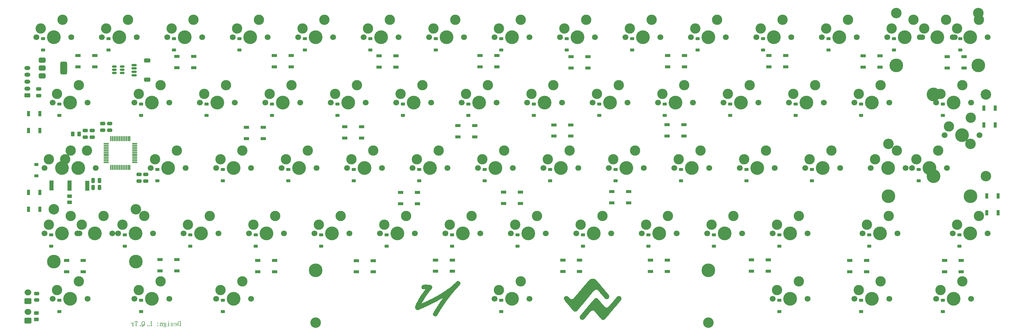
<source format=gbr>
%TF.GenerationSoftware,KiCad,Pcbnew,8.99.0-946-gf00a1ab517*%
%TF.CreationDate,2024-06-06T17:08:16+07:00*%
%TF.ProjectId,Sebas_nuxros,53656261-735f-46e7-9578-726f732e6b69,rev?*%
%TF.SameCoordinates,Original*%
%TF.FileFunction,Soldermask,Bot*%
%TF.FilePolarity,Negative*%
%FSLAX46Y46*%
G04 Gerber Fmt 4.6, Leading zero omitted, Abs format (unit mm)*
G04 Created by KiCad (PCBNEW 8.99.0-946-gf00a1ab517) date 2024-06-06 17:08:16*
%MOMM*%
%LPD*%
G01*
G04 APERTURE LIST*
G04 Aperture macros list*
%AMRoundRect*
0 Rectangle with rounded corners*
0 $1 Rounding radius*
0 $2 $3 $4 $5 $6 $7 $8 $9 X,Y pos of 4 corners*
0 Add a 4 corners polygon primitive as box body*
4,1,4,$2,$3,$4,$5,$6,$7,$8,$9,$2,$3,0*
0 Add four circle primitives for the rounded corners*
1,1,$1+$1,$2,$3*
1,1,$1+$1,$4,$5*
1,1,$1+$1,$6,$7*
1,1,$1+$1,$8,$9*
0 Add four rect primitives between the rounded corners*
20,1,$1+$1,$2,$3,$4,$5,0*
20,1,$1+$1,$4,$5,$6,$7,0*
20,1,$1+$1,$6,$7,$8,$9,0*
20,1,$1+$1,$8,$9,$2,$3,0*%
G04 Aperture macros list end*
%ADD10C,0.250000*%
%ADD11C,0.000000*%
%ADD12C,1.700000*%
%ADD13C,4.000000*%
%ADD14C,0.400000*%
%ADD15C,3.000000*%
%ADD16C,3.050000*%
%ADD17RoundRect,0.250000X0.750000X-0.600000X0.750000X0.600000X-0.750000X0.600000X-0.750000X-0.600000X0*%
%ADD18O,2.000000X1.700000*%
%ADD19C,3.048000*%
%ADD20C,3.987800*%
%ADD21RoundRect,0.250000X0.625000X-0.350000X0.625000X0.350000X-0.625000X0.350000X-0.625000X-0.350000X0*%
%ADD22O,1.750000X1.200000*%
%ADD23R,1.500000X0.900000*%
%ADD24RoundRect,0.250000X-0.450000X0.262500X-0.450000X-0.262500X0.450000X-0.262500X0.450000X0.262500X0*%
%ADD25RoundRect,0.225000X0.375000X-0.225000X0.375000X0.225000X-0.375000X0.225000X-0.375000X-0.225000X0*%
%ADD26RoundRect,0.250000X-0.475000X0.250000X-0.475000X-0.250000X0.475000X-0.250000X0.475000X0.250000X0*%
%ADD27R,0.900000X1.500000*%
%ADD28RoundRect,0.150000X0.512500X0.150000X-0.512500X0.150000X-0.512500X-0.150000X0.512500X-0.150000X0*%
%ADD29RoundRect,0.250000X0.475000X-0.250000X0.475000X0.250000X-0.475000X0.250000X-0.475000X-0.250000X0*%
%ADD30RoundRect,0.250000X0.262500X0.450000X-0.262500X0.450000X-0.262500X-0.450000X0.262500X-0.450000X0*%
%ADD31R,1.190000X3.000000*%
%ADD32RoundRect,0.150000X-0.625000X0.150000X-0.625000X-0.150000X0.625000X-0.150000X0.625000X0.150000X0*%
%ADD33RoundRect,0.250000X-0.650000X0.350000X-0.650000X-0.350000X0.650000X-0.350000X0.650000X0.350000X0*%
%ADD34RoundRect,0.250000X-0.250000X-0.475000X0.250000X-0.475000X0.250000X0.475000X-0.250000X0.475000X0*%
%ADD35RoundRect,0.375000X-0.625000X-0.375000X0.625000X-0.375000X0.625000X0.375000X-0.625000X0.375000X0*%
%ADD36RoundRect,0.500000X-0.500000X-1.400000X0.500000X-1.400000X0.500000X1.400000X-0.500000X1.400000X0*%
%ADD37RoundRect,0.075000X0.075000X-0.662500X0.075000X0.662500X-0.075000X0.662500X-0.075000X-0.662500X0*%
%ADD38RoundRect,0.075000X0.662500X-0.075000X0.662500X0.075000X-0.662500X0.075000X-0.662500X-0.075000X0*%
G04 APERTURE END LIST*
D10*
G36*
X48676552Y-115662923D02*
G01*
X48608408Y-115662923D01*
X48550889Y-115676479D01*
X48535868Y-115717878D01*
X48535868Y-116911493D01*
X48550157Y-116953258D01*
X48603279Y-116966448D01*
X48676552Y-116966448D01*
X48676552Y-117041552D01*
X48302128Y-117041552D01*
X48265144Y-117040835D01*
X48177655Y-117032769D01*
X48097267Y-117015741D01*
X48023982Y-116989750D01*
X47957798Y-116954797D01*
X47898717Y-116910881D01*
X47846737Y-116858004D01*
X47837203Y-116846331D01*
X47794071Y-116781947D01*
X47758506Y-116707528D01*
X47730508Y-116623073D01*
X47713558Y-116548283D01*
X47701451Y-116467070D01*
X47694186Y-116379435D01*
X47692199Y-116302229D01*
X47879344Y-116302229D01*
X47879810Y-116350711D01*
X47883542Y-116441535D01*
X47891007Y-116524173D01*
X47902204Y-116598625D01*
X47921449Y-116680179D01*
X47952241Y-116761159D01*
X47998778Y-116832358D01*
X48013925Y-116848596D01*
X48070365Y-116897177D01*
X48141394Y-116936985D01*
X48219384Y-116960031D01*
X48293335Y-116966448D01*
X48351221Y-116952526D01*
X48371737Y-116911493D01*
X48371737Y-115717878D01*
X48347557Y-115677212D01*
X48342694Y-115674658D01*
X48268789Y-115662923D01*
X48246292Y-115663479D01*
X48172421Y-115674168D01*
X48097270Y-115703042D01*
X48032012Y-115749685D01*
X47983025Y-115805073D01*
X47970469Y-115823630D01*
X47937664Y-115889314D01*
X47912149Y-115970015D01*
X47896455Y-116048739D01*
X47885824Y-116137892D01*
X47880964Y-116216723D01*
X47879344Y-116302229D01*
X47692199Y-116302229D01*
X47691765Y-116285376D01*
X47694278Y-116199246D01*
X47701817Y-116118910D01*
X47714382Y-116044366D01*
X47737157Y-115959333D01*
X47767784Y-115883352D01*
X47806265Y-115816422D01*
X47852599Y-115758545D01*
X47905393Y-115709361D01*
X47975735Y-115661344D01*
X48053701Y-115625332D01*
X48124498Y-115604491D01*
X48200591Y-115591987D01*
X48281978Y-115587819D01*
X48676552Y-115587819D01*
X48676552Y-115662923D01*
G37*
G36*
X47120159Y-116057998D02*
G01*
X47193109Y-116070468D01*
X47269954Y-116101162D01*
X47331483Y-116142408D01*
X47387683Y-116197083D01*
X47422935Y-116242676D01*
X47462249Y-116312367D01*
X47489853Y-116388895D01*
X47505746Y-116472261D01*
X47510048Y-116549159D01*
X47507052Y-116620462D01*
X47495546Y-116699013D01*
X47471215Y-116780986D01*
X47435139Y-116852545D01*
X47387316Y-116913691D01*
X47355517Y-116943659D01*
X47294496Y-116986487D01*
X47226638Y-117017079D01*
X47151943Y-117035434D01*
X47070411Y-117041552D01*
X47042258Y-117040767D01*
X46964521Y-117028981D01*
X46889974Y-116999300D01*
X46827878Y-116952159D01*
X46778018Y-116894893D01*
X46737057Y-116828678D01*
X46710642Y-116759085D01*
X46772191Y-116734173D01*
X46786616Y-116770013D01*
X46826355Y-116838124D01*
X46877704Y-116893175D01*
X46900437Y-116910273D01*
X46972084Y-116942730D01*
X47049162Y-116952526D01*
X47057424Y-116952437D01*
X47134575Y-116941746D01*
X47207954Y-116909408D01*
X47264218Y-116861301D01*
X47274111Y-116849446D01*
X47310732Y-116784904D01*
X47332434Y-116712158D01*
X47343045Y-116636634D01*
X47345917Y-116563080D01*
X46689392Y-116563080D01*
X46689856Y-116528352D01*
X46692458Y-116487976D01*
X46853157Y-116487976D01*
X47345917Y-116487976D01*
X47344767Y-116448672D01*
X47333764Y-116367521D01*
X47311111Y-116296456D01*
X47272278Y-116229323D01*
X47227581Y-116182214D01*
X47157797Y-116143385D01*
X47083600Y-116131870D01*
X47032836Y-116137686D01*
X46966221Y-116168220D01*
X46911043Y-116224926D01*
X46892242Y-116255885D01*
X46865480Y-116329072D01*
X46853753Y-116407788D01*
X46853157Y-116487976D01*
X46692458Y-116487976D01*
X46695072Y-116447403D01*
X46706085Y-116374844D01*
X46726950Y-116298847D01*
X46761842Y-116225455D01*
X46808094Y-116168506D01*
X46869918Y-116119619D01*
X46937055Y-116084700D01*
X47009503Y-116063749D01*
X47087264Y-116056765D01*
X47120159Y-116057998D01*
G37*
G36*
X46413886Y-116327508D02*
G01*
X46404083Y-116251352D01*
X46370655Y-116181547D01*
X46313503Y-116126374D01*
X46246884Y-116089666D01*
X46172968Y-116066554D01*
X46100202Y-116057377D01*
X46074633Y-116056765D01*
X45999620Y-116061070D01*
X45928454Y-116073984D01*
X45858369Y-116096464D01*
X45839794Y-116098897D01*
X45802791Y-116091570D01*
X45747103Y-116042843D01*
X45709368Y-116349856D01*
X45781175Y-116363412D01*
X45810794Y-116291989D01*
X45854363Y-116228689D01*
X45894748Y-116191221D01*
X45961241Y-116152793D01*
X46034505Y-116133956D01*
X46070603Y-116131870D01*
X46143968Y-116137331D01*
X46217126Y-116159517D01*
X46236933Y-116170704D01*
X46286794Y-116227411D01*
X46296650Y-116278415D01*
X46283836Y-116351050D01*
X46269539Y-116375136D01*
X46206720Y-116414840D01*
X46169155Y-116425327D01*
X46096582Y-116452083D01*
X46022531Y-116473962D01*
X46016748Y-116475519D01*
X45943668Y-116504831D01*
X45873814Y-116534424D01*
X45854448Y-116542930D01*
X45789785Y-116582956D01*
X45735746Y-116634155D01*
X45697726Y-116698627D01*
X45687020Y-116762383D01*
X45695857Y-116838618D01*
X45725991Y-116909749D01*
X45777512Y-116967547D01*
X45841761Y-117006573D01*
X45912740Y-117029338D01*
X45986293Y-117039745D01*
X46037264Y-117041552D01*
X46111676Y-117037894D01*
X46185086Y-117021637D01*
X46198831Y-117015540D01*
X46270511Y-117000192D01*
X46285293Y-116999420D01*
X46335118Y-117011510D01*
X46402072Y-117043654D01*
X46410956Y-117048147D01*
X46438066Y-116715488D01*
X46366625Y-116701933D01*
X46347380Y-116773713D01*
X46312444Y-116845387D01*
X46260013Y-116903433D01*
X46190788Y-116941832D01*
X46118853Y-116960294D01*
X46043038Y-116966386D01*
X46033967Y-116966448D01*
X45957013Y-116960986D01*
X45882411Y-116938801D01*
X45862875Y-116927613D01*
X45813931Y-116868064D01*
X45804256Y-116811842D01*
X45823710Y-116738971D01*
X45836130Y-116722815D01*
X45892936Y-116675679D01*
X45898778Y-116672623D01*
X45970084Y-116644382D01*
X46040950Y-116615737D01*
X46084525Y-116597885D01*
X46157185Y-116572778D01*
X46228110Y-116545345D01*
X46262944Y-116530474D01*
X46327634Y-116494083D01*
X46377983Y-116442913D01*
X46408837Y-116372932D01*
X46413886Y-116327508D01*
G37*
G36*
X45020051Y-116049853D02*
G01*
X45094242Y-116068489D01*
X45159780Y-116076662D01*
X45236392Y-116079113D01*
X45330547Y-116080212D01*
X45330547Y-116155317D01*
X45145900Y-116151653D01*
X45096807Y-116168872D01*
X45083251Y-116215401D01*
X45083251Y-116911127D01*
X45096441Y-116953258D01*
X45145900Y-116966448D01*
X45330547Y-116966448D01*
X45330547Y-117041552D01*
X44671824Y-117041552D01*
X44671824Y-116966448D01*
X44856838Y-116966448D01*
X44902634Y-116952892D01*
X44919120Y-116911493D01*
X44919120Y-116023792D01*
X44953558Y-116023792D01*
X45020051Y-116049853D01*
G37*
G36*
X45022226Y-115589309D02*
G01*
X45090212Y-115618960D01*
X45099572Y-115626980D01*
X45130146Y-115696263D01*
X45128755Y-115712951D01*
X45090579Y-115777229D01*
X45072652Y-115791076D01*
X45001186Y-115812766D01*
X44980021Y-115811066D01*
X44912159Y-115777229D01*
X44900655Y-115765882D01*
X44872226Y-115696263D01*
X44873201Y-115682204D01*
X44912159Y-115618960D01*
X44930069Y-115606826D01*
X45001186Y-115587819D01*
X45022226Y-115589309D01*
G37*
G36*
X43596899Y-116057654D02*
G01*
X43667986Y-116082044D01*
X43707883Y-116105486D01*
X43768370Y-116150188D01*
X43799042Y-116125939D01*
X43868021Y-116097431D01*
X43924431Y-116085661D01*
X43998813Y-116080212D01*
X44047435Y-116082609D01*
X44126119Y-116099006D01*
X44193443Y-116130935D01*
X44249406Y-116178398D01*
X44260231Y-116190786D01*
X44303880Y-116256159D01*
X44330069Y-116327256D01*
X44338799Y-116404078D01*
X44331436Y-116462843D01*
X44300331Y-116533039D01*
X44276396Y-116567607D01*
X44224494Y-116624263D01*
X44232096Y-116629089D01*
X44285310Y-116681782D01*
X44298453Y-116702276D01*
X44315352Y-116774473D01*
X44315081Y-116782996D01*
X44284577Y-116851775D01*
X44227424Y-116896472D01*
X44287392Y-116927717D01*
X44341730Y-116982201D01*
X44370195Y-117031498D01*
X44385694Y-117104200D01*
X44374782Y-117162289D01*
X44332879Y-117225762D01*
X44273953Y-117273461D01*
X44213823Y-117305357D01*
X44136434Y-117330348D01*
X44058982Y-117342879D01*
X43984525Y-117346367D01*
X43956554Y-117346067D01*
X43878256Y-117341559D01*
X43797556Y-117329462D01*
X43719366Y-117306622D01*
X43649302Y-117269431D01*
X43642675Y-117264571D01*
X43587978Y-117210346D01*
X43552109Y-117138881D01*
X43547138Y-117103101D01*
X43682274Y-117103101D01*
X43701234Y-117175825D01*
X43758112Y-117228398D01*
X43817090Y-117252802D01*
X43889748Y-117267077D01*
X43967672Y-117271263D01*
X44033343Y-117267874D01*
X44108984Y-117252147D01*
X44176500Y-117217041D01*
X44218248Y-117175601D01*
X44245010Y-117103101D01*
X44242952Y-117069662D01*
X44218998Y-116998688D01*
X44191036Y-116966511D01*
X44126674Y-116926880D01*
X44076253Y-116934436D01*
X44001824Y-116943882D01*
X43928838Y-116951060D01*
X43899332Y-116956098D01*
X43826133Y-116969195D01*
X43752983Y-116983300D01*
X43700226Y-117019937D01*
X43695055Y-117029598D01*
X43682274Y-117103101D01*
X43547138Y-117103101D01*
X43541591Y-117063168D01*
X43542132Y-117045583D01*
X43558961Y-116972634D01*
X43603140Y-116911127D01*
X43648120Y-116879692D01*
X43719286Y-116852077D01*
X43792916Y-116837487D01*
X43869267Y-116827500D01*
X43946423Y-116816971D01*
X43991394Y-116810491D01*
X44064003Y-116799826D01*
X44142794Y-116788028D01*
X44184926Y-116775205D01*
X44198115Y-116733806D01*
X44183827Y-116698635D01*
X44146092Y-116664563D01*
X44084542Y-116690942D01*
X44065867Y-116695938D01*
X43992585Y-116703764D01*
X43940299Y-116701367D01*
X43866317Y-116687560D01*
X43797319Y-116657356D01*
X43738328Y-116605579D01*
X43699897Y-116549824D01*
X43670007Y-116480814D01*
X43658827Y-116404445D01*
X43658847Y-116404078D01*
X43822958Y-116404078D01*
X43823345Y-116424288D01*
X43833949Y-116501073D01*
X43866922Y-116571507D01*
X43926041Y-116616102D01*
X43998813Y-116628660D01*
X44071170Y-116612356D01*
X44127041Y-116563447D01*
X44135552Y-116550965D01*
X44165552Y-116480925D01*
X44174668Y-116404078D01*
X44172891Y-116356500D01*
X44158671Y-116277571D01*
X44124110Y-116212836D01*
X44071216Y-116171550D01*
X43998813Y-116155317D01*
X43934322Y-116167956D01*
X43873883Y-116212836D01*
X43847028Y-116256070D01*
X43827931Y-116327786D01*
X43822958Y-116404078D01*
X43658847Y-116404078D01*
X43661197Y-116360103D01*
X43675680Y-116285743D01*
X43681152Y-116267825D01*
X43717812Y-116200746D01*
X43674214Y-116184260D01*
X43644905Y-116196716D01*
X43615230Y-116239581D01*
X43566137Y-116253869D01*
X43510083Y-116226758D01*
X43494696Y-116159713D01*
X43514113Y-116093401D01*
X43516656Y-116088965D01*
X43582623Y-116056765D01*
X43596899Y-116057654D01*
G37*
G36*
X43383321Y-117041552D02*
G01*
X43383321Y-116966448D01*
X43329832Y-116966448D01*
X43279274Y-116953258D01*
X43266085Y-116911127D01*
X43266085Y-116189023D01*
X43272313Y-116159347D01*
X43299424Y-116150554D01*
X43383321Y-116150554D01*
X43383321Y-116075450D01*
X43304553Y-116075450D01*
X43229688Y-116069712D01*
X43216625Y-116067390D01*
X43146140Y-116039540D01*
X43136392Y-116033318D01*
X43101953Y-116033318D01*
X43101953Y-116202944D01*
X43050493Y-116150399D01*
X42989533Y-116105421D01*
X42980687Y-116099996D01*
X42911516Y-116068966D01*
X42838642Y-116056934D01*
X42828646Y-116056765D01*
X42750285Y-116064565D01*
X42680370Y-116091161D01*
X42627512Y-116136632D01*
X42590592Y-116200294D01*
X42570328Y-116273796D01*
X42562919Y-116352673D01*
X42562665Y-116371838D01*
X42562665Y-116910760D01*
X42545812Y-116952892D01*
X42498918Y-116966448D01*
X42445429Y-116966448D01*
X42445429Y-117041552D01*
X42842201Y-117041552D01*
X42842201Y-116966448D01*
X42789078Y-116966448D01*
X42739986Y-116953258D01*
X42726796Y-116910760D01*
X42726796Y-116345094D01*
X42733108Y-116268548D01*
X42759769Y-116196716D01*
X42820015Y-116150765D01*
X42857588Y-116145792D01*
X42930569Y-116162970D01*
X42982885Y-116194518D01*
X43037772Y-116244727D01*
X43084846Y-116304912D01*
X43101953Y-116331538D01*
X43101953Y-116910760D01*
X43085101Y-116952892D01*
X43039305Y-116966448D01*
X42986549Y-116966448D01*
X42986549Y-117041552D01*
X43383321Y-117041552D01*
G37*
G36*
X41747871Y-116138831D02*
G01*
X41768685Y-116211165D01*
X41784874Y-116230788D01*
X41850476Y-116265478D01*
X41876831Y-116267791D01*
X41949165Y-116246977D01*
X41968789Y-116230788D01*
X42003479Y-116165186D01*
X42005792Y-116138831D01*
X41984977Y-116066497D01*
X41968789Y-116046873D01*
X41903187Y-116012183D01*
X41876831Y-116009870D01*
X41804497Y-116030684D01*
X41784874Y-116046873D01*
X41750184Y-116112475D01*
X41747871Y-116138831D01*
G37*
G36*
X41747871Y-116912592D02*
G01*
X41768685Y-116984926D01*
X41784874Y-117004549D01*
X41850476Y-117039240D01*
X41876831Y-117041552D01*
X41949165Y-117020738D01*
X41968789Y-117004549D01*
X42003479Y-116938947D01*
X42005792Y-116912592D01*
X41984977Y-116840258D01*
X41968789Y-116820635D01*
X41903187Y-116785944D01*
X41876831Y-116783632D01*
X41804497Y-116804446D01*
X41784874Y-116820635D01*
X41750184Y-116886237D01*
X41747871Y-116912592D01*
G37*
G36*
X39954152Y-116911493D02*
G01*
X39937665Y-116952892D01*
X39891870Y-116966448D01*
X39670586Y-116966448D01*
X39592035Y-116956865D01*
X39522346Y-116928117D01*
X39480809Y-116898304D01*
X39430603Y-116840675D01*
X39392249Y-116769578D01*
X39366564Y-116699871D01*
X39358077Y-116670792D01*
X39295795Y-116699368D01*
X39374930Y-117041552D01*
X40250174Y-117041552D01*
X40250174Y-116966448D01*
X40180565Y-116966448D01*
X40131472Y-116953258D01*
X40118283Y-116911493D01*
X40118283Y-115717878D01*
X40131472Y-115676113D01*
X40180565Y-115662923D01*
X40241748Y-115662923D01*
X40241748Y-115587819D01*
X39822260Y-115587819D01*
X39822260Y-115662923D01*
X39891503Y-115662923D01*
X39937299Y-115676479D01*
X39954152Y-115717878D01*
X39954152Y-116911493D01*
G37*
G36*
X38975226Y-117041552D02*
G01*
X39048801Y-117022058D01*
X39073778Y-117003817D01*
X39111796Y-116938943D01*
X39115910Y-116900868D01*
X39097765Y-116827110D01*
X39073778Y-116797920D01*
X39005684Y-116763169D01*
X38975226Y-116760184D01*
X38904402Y-116780098D01*
X38876674Y-116802316D01*
X38838657Y-116867001D01*
X38834542Y-116900868D01*
X38852845Y-116974627D01*
X38877041Y-117003817D01*
X38944797Y-117038567D01*
X38975226Y-117041552D01*
G37*
G36*
X37695014Y-115565156D02*
G01*
X37771559Y-115576919D01*
X37841536Y-115602800D01*
X37904945Y-115642796D01*
X37961784Y-115696909D01*
X38012055Y-115765139D01*
X38048045Y-115831110D01*
X38077936Y-115903771D01*
X38101726Y-115983122D01*
X38119417Y-116069164D01*
X38129177Y-116142815D01*
X38135033Y-116220747D01*
X38136985Y-116302962D01*
X38134769Y-116398709D01*
X38128123Y-116487380D01*
X38117047Y-116568977D01*
X38101539Y-116643497D01*
X38075924Y-116726699D01*
X38043386Y-116798844D01*
X37995202Y-116870826D01*
X37949734Y-116920010D01*
X37892409Y-116968027D01*
X37821721Y-117008874D01*
X37746931Y-117033383D01*
X37668039Y-117041552D01*
X37600261Y-117041552D01*
X37572418Y-117034591D01*
X37560036Y-117067650D01*
X37527697Y-117140556D01*
X37482658Y-117201287D01*
X37470063Y-117209308D01*
X37398028Y-117229131D01*
X37353944Y-117222175D01*
X37292149Y-117179672D01*
X37278813Y-117162792D01*
X37243634Y-117093690D01*
X37220708Y-117018471D01*
X37276029Y-116990261D01*
X37307170Y-117059504D01*
X37357362Y-117074525D01*
X37398761Y-117051078D01*
X37405328Y-117042956D01*
X37434298Y-116975607D01*
X37423270Y-116966081D01*
X37586706Y-116966081D01*
X37605390Y-116966448D01*
X37656315Y-116966448D01*
X37720218Y-116958033D01*
X37788572Y-116922484D01*
X37816973Y-116893969D01*
X37842428Y-116823932D01*
X37839153Y-116786934D01*
X37801029Y-116721350D01*
X37798431Y-116719411D01*
X37730321Y-116689842D01*
X37684790Y-116704639D01*
X37641294Y-116767145D01*
X37622425Y-116819789D01*
X37601954Y-116894390D01*
X37586706Y-116966081D01*
X37423270Y-116966081D01*
X37399827Y-116945832D01*
X37351260Y-116890497D01*
X37306460Y-116822352D01*
X37269801Y-116751025D01*
X37249431Y-116699707D01*
X37229544Y-116628988D01*
X37214629Y-116548299D01*
X37205997Y-116473443D01*
X37200819Y-116391664D01*
X37199092Y-116302962D01*
X37199110Y-116302229D01*
X37363224Y-116302229D01*
X37363912Y-116375844D01*
X37366557Y-116457829D01*
X37371185Y-116532885D01*
X37379092Y-116611692D01*
X37391434Y-116690209D01*
X37398681Y-116724584D01*
X37420617Y-116800521D01*
X37460310Y-116864232D01*
X37482631Y-116794535D01*
X37514005Y-116721550D01*
X37553367Y-116657236D01*
X37572064Y-116635599D01*
X37636979Y-116594527D01*
X37713834Y-116582131D01*
X37777545Y-116588843D01*
X37844993Y-116622798D01*
X37874908Y-116655135D01*
X37912404Y-116718419D01*
X37927196Y-116657484D01*
X37937316Y-116580666D01*
X37942027Y-116528829D01*
X37946384Y-116454453D01*
X37948651Y-116381043D01*
X37949406Y-116300764D01*
X37949328Y-116280048D01*
X37947448Y-116200518D01*
X37943060Y-116126323D01*
X37934049Y-116041083D01*
X37921121Y-115964179D01*
X37900436Y-115882897D01*
X37869173Y-115803241D01*
X37842820Y-115756063D01*
X37795336Y-115697210D01*
X37734089Y-115655469D01*
X37656315Y-115639476D01*
X37583454Y-115649986D01*
X37514733Y-115686936D01*
X37465423Y-115742114D01*
X37431367Y-115807637D01*
X37423115Y-115829233D01*
X37401554Y-115901472D01*
X37384785Y-115984892D01*
X37374470Y-116062948D01*
X37367482Y-116148768D01*
X37364288Y-116223014D01*
X37363224Y-116302229D01*
X37199110Y-116302229D01*
X37201176Y-116216843D01*
X37207427Y-116135808D01*
X37217846Y-116059856D01*
X37236729Y-115972065D01*
X37262124Y-115892216D01*
X37294031Y-115820310D01*
X37332449Y-115756346D01*
X37384879Y-115691105D01*
X37442152Y-115639362D01*
X37515092Y-115596055D01*
X37594623Y-115571121D01*
X37668039Y-115564371D01*
X37695014Y-115565156D01*
G37*
G36*
X36876692Y-117041552D02*
G01*
X36950266Y-117022058D01*
X36975244Y-117003817D01*
X37013261Y-116938943D01*
X37017376Y-116900868D01*
X36999231Y-116827110D01*
X36975244Y-116797920D01*
X36907150Y-116763169D01*
X36876692Y-116760184D01*
X36805868Y-116780098D01*
X36778140Y-116802316D01*
X36740122Y-116867001D01*
X36736008Y-116900868D01*
X36754310Y-116974627D01*
X36778506Y-117003817D01*
X36846263Y-117038567D01*
X36876692Y-117041552D01*
G37*
G36*
X35350785Y-117041552D02*
G01*
X35811671Y-117041552D01*
X35811671Y-116966448D01*
X35725942Y-116966448D01*
X35676482Y-116953258D01*
X35663293Y-116911127D01*
X35663293Y-115735097D01*
X35668056Y-115668053D01*
X35726308Y-115662923D01*
X35800651Y-115668385D01*
X35872634Y-115694818D01*
X35881280Y-115701758D01*
X35923765Y-115763888D01*
X35956336Y-115833897D01*
X35984513Y-115904618D01*
X35993021Y-115927438D01*
X36064462Y-115913517D01*
X35983862Y-115587819D01*
X35169801Y-115587819D01*
X35098360Y-115913150D01*
X35161008Y-115927438D01*
X35189671Y-115855188D01*
X35221733Y-115781717D01*
X35258528Y-115714169D01*
X35265422Y-115705055D01*
X35333617Y-115669877D01*
X35411235Y-115662923D01*
X35485895Y-115665573D01*
X35494399Y-115668053D01*
X35499162Y-115743524D01*
X35499162Y-116911127D01*
X35482676Y-116952892D01*
X35436880Y-116966448D01*
X35350785Y-116966448D01*
X35350785Y-117041552D01*
G37*
G36*
X34590579Y-116301863D02*
G01*
X34547130Y-116237095D01*
X34495370Y-116178302D01*
X34441102Y-116130038D01*
X34376772Y-116088321D01*
X34305210Y-116062561D01*
X34250593Y-116056765D01*
X34177137Y-116067115D01*
X34121632Y-116098164D01*
X34080279Y-116158812D01*
X34074738Y-116195617D01*
X34095198Y-116266171D01*
X34099651Y-116271821D01*
X34169902Y-116300735D01*
X34172923Y-116300764D01*
X34243356Y-116274360D01*
X34246563Y-116270722D01*
X34263285Y-116198937D01*
X34262316Y-116193053D01*
X34267812Y-116158614D01*
X34302983Y-116145792D01*
X34373848Y-116171758D01*
X34431139Y-116217920D01*
X34441468Y-116227857D01*
X34491922Y-116285552D01*
X34534333Y-116348429D01*
X34569647Y-116413030D01*
X34590579Y-116457568D01*
X34590579Y-116910760D01*
X34574092Y-116952892D01*
X34528297Y-116966448D01*
X34335223Y-116966448D01*
X34335223Y-117041552D01*
X34993946Y-117041552D01*
X34993946Y-116966448D01*
X34817358Y-116966448D01*
X34767899Y-116953258D01*
X34754710Y-116911127D01*
X34754710Y-116214302D01*
X34768265Y-116167773D01*
X34817358Y-116150554D01*
X34985519Y-116150554D01*
X34985519Y-116075450D01*
X34907850Y-116075450D01*
X34831246Y-116071058D01*
X34768265Y-116062993D01*
X34693344Y-116049346D01*
X34634176Y-116033318D01*
X34590579Y-116033318D01*
X34590579Y-116301863D01*
G37*
D11*
%TO.C,G\u002A\u002A\u002A*%
G36*
X176291236Y-108287781D02*
G01*
X176451926Y-108337251D01*
X176454222Y-108338456D01*
X176581359Y-108424524D01*
X176703812Y-108534845D01*
X176752220Y-108592255D01*
X176798282Y-108681759D01*
X176819679Y-108803499D01*
X176824995Y-108989686D01*
X176826277Y-109047083D01*
X176828825Y-109106561D01*
X176828494Y-109160399D01*
X176821068Y-109214328D01*
X176802330Y-109274083D01*
X176768064Y-109345393D01*
X176714055Y-109433993D01*
X176636087Y-109545613D01*
X176529944Y-109685986D01*
X176391409Y-109860844D01*
X176216267Y-110075920D01*
X176000301Y-110336944D01*
X175739297Y-110649650D01*
X175429037Y-111019770D01*
X175065307Y-111453036D01*
X174643889Y-111955179D01*
X174372975Y-112278182D01*
X174039317Y-112676020D01*
X173722316Y-113054026D01*
X173428495Y-113404421D01*
X173164373Y-113719428D01*
X172936471Y-113991270D01*
X172751311Y-114212170D01*
X172615415Y-114374349D01*
X172535301Y-114470031D01*
X172428705Y-114595848D01*
X172190553Y-114861186D01*
X171997156Y-115050110D01*
X171843898Y-115166872D01*
X171726164Y-115215726D01*
X171595441Y-115225471D01*
X171359203Y-115203837D01*
X171151333Y-115142403D01*
X171146043Y-115139716D01*
X171066815Y-115076225D01*
X170944717Y-114954832D01*
X170795411Y-114791869D01*
X170634563Y-114603665D01*
X170612477Y-114576941D01*
X170459600Y-114392586D01*
X170328240Y-114235223D01*
X170231762Y-114120805D01*
X170183531Y-114065284D01*
X170143246Y-114019132D01*
X170049829Y-113909295D01*
X169915230Y-113749774D01*
X169750320Y-113553453D01*
X169565964Y-113333214D01*
X169399069Y-113137025D01*
X169216891Y-112930852D01*
X169057131Y-112758335D01*
X168932683Y-112633347D01*
X168856438Y-112569760D01*
X168732474Y-112517301D01*
X168504487Y-112485431D01*
X168270036Y-112512587D01*
X168070809Y-112597307D01*
X168057354Y-112607511D01*
X167970192Y-112690382D01*
X167833334Y-112834977D01*
X167656142Y-113030830D01*
X167447979Y-113267473D01*
X167218204Y-113534438D01*
X166976180Y-113821258D01*
X166942594Y-113861449D01*
X166646221Y-114214958D01*
X166402900Y-114501354D01*
X166204893Y-114727679D01*
X166044462Y-114900977D01*
X165913869Y-115028291D01*
X165805376Y-115116664D01*
X165711245Y-115173138D01*
X165623738Y-115204757D01*
X165535118Y-115218563D01*
X165437645Y-115221601D01*
X165252053Y-115204162D01*
X165012732Y-115112886D01*
X164833698Y-114949515D01*
X164721486Y-114720866D01*
X164682630Y-114433759D01*
X164682648Y-114423694D01*
X164686354Y-114331312D01*
X164701626Y-114245986D01*
X164735840Y-114156206D01*
X164796374Y-114050462D01*
X164890604Y-113917245D01*
X165025907Y-113745045D01*
X165209660Y-113522353D01*
X165449239Y-113237658D01*
X165451239Y-113235291D01*
X165566594Y-113098409D01*
X165735924Y-112897032D01*
X165951161Y-112640775D01*
X166204238Y-112339252D01*
X166487088Y-112002078D01*
X166791643Y-111638868D01*
X167109834Y-111259236D01*
X167433596Y-110872796D01*
X167571038Y-110708754D01*
X167918989Y-110294349D01*
X168213052Y-109946586D01*
X168459201Y-109659632D01*
X168663410Y-109427653D01*
X168831655Y-109244815D01*
X168969909Y-109105283D01*
X169084147Y-109003224D01*
X169180343Y-108932803D01*
X169264471Y-108888187D01*
X169342506Y-108863542D01*
X169420422Y-108853033D01*
X169504194Y-108850826D01*
X169660212Y-108873605D01*
X169815996Y-108928407D01*
X169845358Y-108946512D01*
X169963199Y-109048055D01*
X170138848Y-109227166D01*
X170372205Y-109483734D01*
X170663167Y-109817645D01*
X171011636Y-110228787D01*
X171417510Y-110717048D01*
X171538808Y-110863006D01*
X171769514Y-111130514D01*
X171959872Y-111330736D01*
X172121228Y-111471400D01*
X172264926Y-111560234D01*
X172402313Y-111604965D01*
X172544732Y-111613322D01*
X172703531Y-111593033D01*
X172739038Y-111585377D01*
X172842537Y-111548768D01*
X172950174Y-111484008D01*
X173072826Y-111381269D01*
X173221365Y-111230721D01*
X173406667Y-111022533D01*
X173639606Y-110746876D01*
X173722968Y-110646900D01*
X173878764Y-110460784D01*
X174007078Y-110308463D01*
X174096430Y-110203537D01*
X174135341Y-110159605D01*
X174148977Y-110144554D01*
X174216886Y-110065393D01*
X174332745Y-109928526D01*
X174487458Y-109744747D01*
X174671925Y-109524850D01*
X174877050Y-109279630D01*
X174983066Y-109153409D01*
X175188325Y-108912963D01*
X175374176Y-108700255D01*
X175530090Y-108527081D01*
X175645538Y-108405237D01*
X175709989Y-108346519D01*
X175732814Y-108333355D01*
X175890403Y-108286349D01*
X176090303Y-108270985D01*
X176291236Y-108287781D01*
G37*
G36*
X168855864Y-103270333D02*
G01*
X169114210Y-103365025D01*
X169367397Y-103526275D01*
X169629506Y-103761756D01*
X169914617Y-104079139D01*
X170275931Y-104511632D01*
X170645909Y-104953801D01*
X170966749Y-105336431D01*
X171235909Y-105656500D01*
X171450846Y-105910983D01*
X171609018Y-106096859D01*
X171707881Y-106211105D01*
X171786356Y-106301226D01*
X171934755Y-106475536D01*
X172074805Y-106643879D01*
X172091583Y-106664317D01*
X172206502Y-106802989D01*
X172362075Y-106989301D01*
X172540005Y-107201387D01*
X172721997Y-107417379D01*
X172773779Y-107479212D01*
X172939490Y-107684186D01*
X173083066Y-107872107D01*
X173190602Y-108024343D01*
X173248188Y-108122265D01*
X173265624Y-108166369D01*
X173306805Y-108405619D01*
X173268123Y-108635931D01*
X173162716Y-108842638D01*
X173003719Y-109011072D01*
X172804271Y-109126567D01*
X172577508Y-109174454D01*
X172336567Y-109140068D01*
X172297338Y-109126667D01*
X172226130Y-109097564D01*
X172156138Y-109058071D01*
X172079485Y-109000150D01*
X171988295Y-108915762D01*
X171874691Y-108796869D01*
X171730795Y-108635433D01*
X171548732Y-108423415D01*
X171320625Y-108152777D01*
X171038595Y-107815481D01*
X170936316Y-107692999D01*
X170668322Y-107372880D01*
X170452513Y-107117121D01*
X170281699Y-106917959D01*
X170148689Y-106767625D01*
X170046296Y-106658356D01*
X169967329Y-106582384D01*
X169904599Y-106531944D01*
X169850917Y-106499271D01*
X169799093Y-106476598D01*
X169746281Y-106459331D01*
X169525770Y-106429203D01*
X169299757Y-106449921D01*
X169113863Y-106518684D01*
X169104661Y-106524604D01*
X168997216Y-106615884D01*
X168837775Y-106778450D01*
X168631590Y-107006515D01*
X168383914Y-107294291D01*
X168099996Y-107635991D01*
X168059095Y-107685151D01*
X167949835Y-107813360D01*
X167830022Y-107951177D01*
X167783149Y-108005181D01*
X167661487Y-108147782D01*
X167500160Y-108338679D01*
X167311945Y-108562577D01*
X167109621Y-108804181D01*
X166905965Y-109048197D01*
X166713754Y-109279328D01*
X166545766Y-109482280D01*
X166414778Y-109641759D01*
X166333568Y-109742469D01*
X166289895Y-109796969D01*
X166168866Y-109942820D01*
X166042729Y-110089789D01*
X165981624Y-110159876D01*
X165862804Y-110297952D01*
X165772696Y-110404865D01*
X165372499Y-110889101D01*
X165020175Y-111312637D01*
X164719626Y-111670368D01*
X164466424Y-111967293D01*
X164256138Y-112208413D01*
X164084340Y-112398728D01*
X163946598Y-112543239D01*
X163838483Y-112646945D01*
X163755566Y-112714847D01*
X163693417Y-112751945D01*
X163620655Y-112781418D01*
X163457495Y-112823623D01*
X163302011Y-112820865D01*
X163144017Y-112767158D01*
X162973325Y-112656514D01*
X162779750Y-112482946D01*
X162553104Y-112240466D01*
X162283202Y-111923089D01*
X162099745Y-111701554D01*
X161928258Y-111495296D01*
X161784850Y-111323662D01*
X161680717Y-111200047D01*
X161627050Y-111137847D01*
X161541750Y-111042712D01*
X161376911Y-110852374D01*
X161189469Y-110629964D01*
X160990082Y-110388738D01*
X160789411Y-110141950D01*
X160598113Y-109902856D01*
X160426849Y-109684709D01*
X160286278Y-109500764D01*
X160187058Y-109364278D01*
X160139849Y-109288503D01*
X160121637Y-109238761D01*
X160091175Y-109018287D01*
X160119347Y-108784951D01*
X160201948Y-108586300D01*
X160346346Y-108434942D01*
X160558322Y-108322249D01*
X160799135Y-108270480D01*
X161040423Y-108285394D01*
X161253825Y-108372749D01*
X161352501Y-108452219D01*
X161490115Y-108587129D01*
X161624675Y-108739385D01*
X161801747Y-108929201D01*
X162045115Y-109103727D01*
X162290992Y-109183664D01*
X162536708Y-109168279D01*
X162779591Y-109056838D01*
X162801081Y-109040660D01*
X162903398Y-108944935D01*
X163055992Y-108785509D01*
X163250921Y-108571215D01*
X163480248Y-108310887D01*
X163736031Y-108013360D01*
X164010331Y-107687468D01*
X164166653Y-107499903D01*
X164497530Y-107103158D01*
X164823278Y-106712893D01*
X165136783Y-106337611D01*
X165430931Y-105985812D01*
X165698607Y-105666000D01*
X165932699Y-105386675D01*
X166126092Y-105156340D01*
X166271672Y-104983496D01*
X166362324Y-104876646D01*
X166379833Y-104856146D01*
X166466746Y-104753954D01*
X166596777Y-104600728D01*
X166755471Y-104413508D01*
X166928376Y-104209333D01*
X166941620Y-104193700D01*
X167198372Y-103898637D01*
X167413888Y-103672503D01*
X167602484Y-103505696D01*
X167778474Y-103388615D01*
X167956176Y-103311658D01*
X168149903Y-103265222D01*
X168373971Y-103239705D01*
X168578278Y-103234529D01*
X168855864Y-103270333D01*
G37*
G36*
X129427054Y-103877534D02*
G01*
X129513368Y-103903873D01*
X129528622Y-103909938D01*
X129640040Y-103972019D01*
X129748694Y-104059954D01*
X129843278Y-104163325D01*
X129912486Y-104271710D01*
X129925674Y-104299345D01*
X129947334Y-104353753D01*
X129959827Y-104407999D01*
X129965553Y-104475145D01*
X129966907Y-104568256D01*
X129966873Y-104584825D01*
X129964730Y-104674783D01*
X129957887Y-104739092D01*
X129944426Y-104789348D01*
X129922429Y-104837145D01*
X129915701Y-104848074D01*
X129881933Y-104893501D01*
X129826758Y-104961581D01*
X129753835Y-105048014D01*
X129666821Y-105148502D01*
X129569374Y-105258748D01*
X129465153Y-105374453D01*
X129202858Y-105664802D01*
X128568909Y-106383504D01*
X127964959Y-107093660D01*
X127386875Y-107800382D01*
X126830522Y-108508787D01*
X126291768Y-109223988D01*
X125766477Y-109951102D01*
X125708383Y-110033178D01*
X125624778Y-110151214D01*
X125546323Y-110261892D01*
X125477369Y-110359076D01*
X125422270Y-110436627D01*
X125385379Y-110488410D01*
X125343776Y-110547070D01*
X125219492Y-110726437D01*
X125079590Y-110933474D01*
X124926930Y-111163681D01*
X124764368Y-111412555D01*
X124594763Y-111675596D01*
X124420973Y-111948304D01*
X124245857Y-112226176D01*
X124072273Y-112504713D01*
X123903078Y-112779414D01*
X123741131Y-113045776D01*
X123589291Y-113299300D01*
X123450415Y-113535485D01*
X123415483Y-113595240D01*
X123322101Y-113750584D01*
X123241493Y-113875836D01*
X123170254Y-113974685D01*
X123104979Y-114050824D01*
X123042263Y-114107942D01*
X122978702Y-114149730D01*
X122910890Y-114179878D01*
X122835423Y-114202078D01*
X122788095Y-114211105D01*
X122644728Y-114212698D01*
X122492937Y-114179014D01*
X122337090Y-114110853D01*
X122331812Y-114107949D01*
X122208552Y-114019436D01*
X122109906Y-113907930D01*
X122038573Y-113779750D01*
X121997255Y-113641214D01*
X121988654Y-113498644D01*
X122015469Y-113358358D01*
X122031455Y-113319027D01*
X122069674Y-113240867D01*
X122125961Y-113134978D01*
X122198587Y-113004272D01*
X122285822Y-112851664D01*
X122385936Y-112680064D01*
X122497199Y-112492387D01*
X122617882Y-112291544D01*
X122746256Y-112080448D01*
X122880590Y-111862013D01*
X123019155Y-111639150D01*
X123160221Y-111414773D01*
X123302059Y-111191795D01*
X123357489Y-111105451D01*
X123564297Y-110787295D01*
X123783262Y-110456086D01*
X124009081Y-110119628D01*
X124236450Y-109785725D01*
X124460066Y-109462179D01*
X124674626Y-109156796D01*
X124874827Y-108877378D01*
X124906237Y-108832142D01*
X124925584Y-108799930D01*
X124925749Y-108791829D01*
X124924724Y-108792428D01*
X124898786Y-108807612D01*
X124845293Y-108838935D01*
X124769732Y-108883182D01*
X124677587Y-108937144D01*
X124574346Y-108997606D01*
X124402560Y-109097543D01*
X123775272Y-109451950D01*
X123110887Y-109811543D01*
X122409024Y-110176519D01*
X121669303Y-110547078D01*
X120891346Y-110923417D01*
X120717264Y-111005949D01*
X120482840Y-111116269D01*
X120241187Y-111229155D01*
X119995147Y-111343328D01*
X119747558Y-111457512D01*
X119501262Y-111570428D01*
X119259099Y-111680799D01*
X119023909Y-111787348D01*
X118798532Y-111888797D01*
X118585810Y-111983868D01*
X118388582Y-112071284D01*
X118209689Y-112149768D01*
X118051970Y-112218041D01*
X117918268Y-112274827D01*
X117811420Y-112318847D01*
X117734269Y-112348825D01*
X117689654Y-112363482D01*
X117556385Y-112382422D01*
X117400379Y-112371316D01*
X117253913Y-112325148D01*
X117121605Y-112246102D01*
X117008071Y-112136365D01*
X116917930Y-111998124D01*
X116868883Y-111886928D01*
X116830881Y-111752987D01*
X116813094Y-111606554D01*
X116813364Y-111436025D01*
X116814058Y-111421751D01*
X116821588Y-111321574D01*
X116834702Y-111227668D01*
X116855351Y-111134278D01*
X116885490Y-111035652D01*
X116927070Y-110926035D01*
X116982045Y-110799675D01*
X117052367Y-110650817D01*
X117139990Y-110473708D01*
X117243176Y-110271065D01*
X117528908Y-109736271D01*
X117839277Y-109189599D01*
X118169274Y-108639068D01*
X118513893Y-108092695D01*
X118868126Y-107558496D01*
X119226965Y-107044488D01*
X119585403Y-106558689D01*
X119612176Y-106523325D01*
X119669740Y-106446197D01*
X119716044Y-106382625D01*
X119746899Y-106338414D01*
X119758115Y-106319369D01*
X119743186Y-106316063D01*
X119694962Y-106313293D01*
X119619436Y-106311620D01*
X119522816Y-106311176D01*
X119411307Y-106312091D01*
X119303161Y-106313416D01*
X119204877Y-106313651D01*
X119132612Y-106311811D01*
X119079284Y-106307245D01*
X119037809Y-106299299D01*
X119001104Y-106287319D01*
X118962086Y-106270651D01*
X118852090Y-106202445D01*
X118752999Y-106101468D01*
X118678314Y-105978340D01*
X118674570Y-105969946D01*
X118655714Y-105917911D01*
X118644124Y-105859904D01*
X118638250Y-105784918D01*
X118636541Y-105681948D01*
X118636936Y-105612692D01*
X118640228Y-105533946D01*
X118648449Y-105474523D01*
X118663499Y-105422605D01*
X118687278Y-105366376D01*
X118690257Y-105360019D01*
X118771999Y-105230554D01*
X118881199Y-105122030D01*
X119009608Y-105042730D01*
X119076704Y-105018250D01*
X119173165Y-104996373D01*
X119295041Y-104980025D01*
X119445012Y-104969015D01*
X119625754Y-104963155D01*
X119839947Y-104962253D01*
X120090269Y-104966120D01*
X120284871Y-104971366D01*
X120539465Y-104981209D01*
X120758149Y-104993705D01*
X120942763Y-105008989D01*
X121095147Y-105027196D01*
X121217140Y-105048461D01*
X121226206Y-105050441D01*
X121382861Y-105103009D01*
X121516797Y-105182783D01*
X121625700Y-105285385D01*
X121707253Y-105406436D01*
X121759143Y-105541557D01*
X121779054Y-105686370D01*
X121764670Y-105836495D01*
X121713676Y-105987554D01*
X121713359Y-105988233D01*
X121674388Y-106063547D01*
X121632351Y-106132477D01*
X121596293Y-106180179D01*
X121596255Y-106180220D01*
X121560472Y-106221113D01*
X121504452Y-106288417D01*
X121431795Y-106377589D01*
X121346097Y-106484085D01*
X121250959Y-106603361D01*
X121149978Y-106730873D01*
X121046753Y-106862078D01*
X120944881Y-106992432D01*
X120847962Y-107117391D01*
X120759593Y-107232411D01*
X120683373Y-107332948D01*
X120616336Y-107422712D01*
X120329314Y-107818132D01*
X120038528Y-108235666D01*
X119750432Y-108665545D01*
X119471479Y-109098001D01*
X119208123Y-109523264D01*
X118966816Y-109931564D01*
X118907797Y-110032800D01*
X118842278Y-110142837D01*
X118779965Y-110245405D01*
X118728850Y-110327218D01*
X118700238Y-110372507D01*
X118663802Y-110432241D01*
X118640520Y-110473204D01*
X118634482Y-110488410D01*
X118646794Y-110483617D01*
X118691039Y-110464222D01*
X118763444Y-110431687D01*
X118859911Y-110387899D01*
X118976343Y-110334745D01*
X119108643Y-110274111D01*
X119252713Y-110207884D01*
X119404455Y-110137949D01*
X119559772Y-110066195D01*
X119714567Y-109994507D01*
X119864743Y-109924773D01*
X120006201Y-109858877D01*
X120134845Y-109798708D01*
X120246577Y-109746152D01*
X120258580Y-109740483D01*
X121053969Y-109357593D01*
X121812295Y-108977779D01*
X122535316Y-108599889D01*
X123224789Y-108222775D01*
X123882471Y-107845286D01*
X124510119Y-107466274D01*
X125109492Y-107084588D01*
X125682346Y-106699079D01*
X126230438Y-106308597D01*
X126755527Y-105911992D01*
X127259369Y-105508115D01*
X127743721Y-105095816D01*
X128210342Y-104673945D01*
X128660988Y-104241353D01*
X128714154Y-104189091D01*
X128820721Y-104087547D01*
X128908875Y-104010185D01*
X128984049Y-103953643D01*
X129051674Y-103914559D01*
X129117182Y-103889573D01*
X129186005Y-103875322D01*
X129263577Y-103868446D01*
X129342067Y-103867303D01*
X129427054Y-103877534D01*
G37*
%TD*%
D12*
%TO.C,SW51*%
X163690000Y-90030000D03*
D13*
X168770000Y-90030000D03*
D12*
X173850000Y-90030000D03*
D14*
X163710000Y-87480000D03*
X164950000Y-88740000D03*
X164960000Y-86240000D03*
D15*
X164960000Y-87490000D03*
D14*
X166210000Y-87490000D03*
X170060000Y-84950000D03*
X171310000Y-83690000D03*
D15*
X171310000Y-84950000D03*
D14*
X171310000Y-86190000D03*
X172550000Y-84940000D03*
%TD*%
D12*
%TO.C,SW4*%
X63677500Y-32880000D03*
D13*
X68757500Y-32880000D03*
D12*
X73837500Y-32880000D03*
D14*
X63697500Y-30330000D03*
X64937500Y-31590000D03*
X64947500Y-29090000D03*
D15*
X64947500Y-30340000D03*
D14*
X66197500Y-30340000D03*
X70047500Y-27800000D03*
X71297500Y-26540000D03*
D15*
X71297500Y-27800000D03*
D14*
X71297500Y-29040000D03*
X72537500Y-27790000D03*
%TD*%
D12*
%TO.C,SW21*%
X111302500Y-51930000D03*
D13*
X116382500Y-51930000D03*
D12*
X121462500Y-51930000D03*
D14*
X111322500Y-49380000D03*
X112562500Y-50640000D03*
X112572500Y-48140000D03*
D15*
X112572500Y-49390000D03*
D14*
X113822500Y-49390000D03*
X117672500Y-46850000D03*
X118922500Y-45590000D03*
D15*
X118922500Y-46850000D03*
D14*
X118922500Y-48090000D03*
X120162500Y-46840000D03*
%TD*%
D12*
%TO.C,SW57*%
X11290500Y-109080000D03*
D13*
X16370500Y-109080000D03*
D12*
X21450500Y-109080000D03*
D14*
X11310500Y-106530000D03*
X12550500Y-107790000D03*
X12560500Y-105290000D03*
D15*
X12560500Y-106540000D03*
D14*
X13810500Y-106540000D03*
X17660500Y-104000000D03*
X18910500Y-102740000D03*
D15*
X18910500Y-104000000D03*
D14*
X18910500Y-105240000D03*
X20150500Y-103990000D03*
%TD*%
D12*
%TO.C,SW58*%
X35102500Y-109080000D03*
D13*
X40182500Y-109080000D03*
D12*
X45262500Y-109080000D03*
D14*
X35122500Y-106530000D03*
X36362500Y-107790000D03*
X36372500Y-105290000D03*
D15*
X36372500Y-106540000D03*
D14*
X37622500Y-106540000D03*
X41472500Y-104000000D03*
X42722500Y-102740000D03*
D15*
X42722500Y-104000000D03*
D14*
X42722500Y-105240000D03*
X43962500Y-103990000D03*
%TD*%
D12*
%TO.C,SW49*%
X125590000Y-90030000D03*
D13*
X130670000Y-90030000D03*
D12*
X135750000Y-90030000D03*
D14*
X125610000Y-87480000D03*
X126850000Y-88740000D03*
X126860000Y-86240000D03*
D15*
X126860000Y-87490000D03*
D14*
X128110000Y-87490000D03*
X131960000Y-84950000D03*
X133210000Y-83690000D03*
D15*
X133210000Y-84950000D03*
D14*
X133210000Y-86190000D03*
X134450000Y-84940000D03*
%TD*%
D12*
%TO.C,SW20*%
X92252500Y-51930000D03*
D13*
X97332500Y-51930000D03*
D12*
X102412500Y-51930000D03*
D14*
X92272500Y-49380000D03*
X93512500Y-50640000D03*
X93522500Y-48140000D03*
D15*
X93522500Y-49390000D03*
D14*
X94772500Y-49390000D03*
X98622500Y-46850000D03*
X99872500Y-45590000D03*
D15*
X99872500Y-46850000D03*
D14*
X99872500Y-48090000D03*
X101112500Y-46840000D03*
%TD*%
D12*
%TO.C,SW35*%
X116065000Y-70980000D03*
D13*
X121145000Y-70980000D03*
D12*
X126225000Y-70980000D03*
D14*
X116085000Y-68430000D03*
X117325000Y-69690000D03*
X117335000Y-67190000D03*
D15*
X117335000Y-68440000D03*
D14*
X118585000Y-68440000D03*
X122435000Y-65900000D03*
X123685000Y-64640000D03*
D15*
X123685000Y-65900000D03*
D14*
X123685000Y-67140000D03*
X124925000Y-65890000D03*
%TD*%
D12*
%TO.C,SW17*%
X35102500Y-51930000D03*
D13*
X40182500Y-51930000D03*
D12*
X45262500Y-51930000D03*
D14*
X35122500Y-49380000D03*
X36362500Y-50640000D03*
X36372500Y-48140000D03*
D15*
X36372500Y-49390000D03*
D14*
X37622500Y-49390000D03*
X41472500Y-46850000D03*
X42722500Y-45590000D03*
D15*
X42722500Y-46850000D03*
D14*
X42722500Y-48090000D03*
X43962500Y-46840000D03*
%TD*%
D12*
%TO.C,SW12*%
X216077500Y-32880000D03*
D13*
X221157500Y-32880000D03*
D12*
X226237500Y-32880000D03*
D14*
X216097500Y-30330000D03*
X217337500Y-31590000D03*
X217347500Y-29090000D03*
D15*
X217347500Y-30340000D03*
D14*
X218597500Y-30340000D03*
X222447500Y-27800000D03*
X223697500Y-26540000D03*
D15*
X223697500Y-27800000D03*
D14*
X223697500Y-29040000D03*
X224937500Y-27790000D03*
%TD*%
D13*
%TO.C,SW1003*%
X267685999Y-49555000D03*
X267685999Y-73355000D03*
D12*
X270845999Y-61455000D03*
D13*
X275925999Y-61455000D03*
D12*
X281005999Y-61455000D03*
D16*
X282925999Y-49555000D03*
X282925999Y-73355000D03*
D14*
X270865999Y-58905000D03*
X272105999Y-60165000D03*
X272115999Y-57665000D03*
D15*
X272115999Y-58915000D03*
D14*
X273365999Y-58915000D03*
X277215999Y-56375000D03*
X278465999Y-55115000D03*
D15*
X278465999Y-56375000D03*
D14*
X278465999Y-57615000D03*
X279705999Y-56365000D03*
%TD*%
D12*
%TO.C,SW16*%
X11290500Y-51930000D03*
D13*
X16370500Y-51930000D03*
D12*
X21450500Y-51930000D03*
D14*
X11310500Y-49380000D03*
X12550500Y-50640000D03*
X12560500Y-48140000D03*
D15*
X12560500Y-49390000D03*
D14*
X13810500Y-49390000D03*
X17660500Y-46850000D03*
X18910500Y-45590000D03*
D15*
X18910500Y-46850000D03*
D14*
X18910500Y-48090000D03*
X20150500Y-46840000D03*
%TD*%
D12*
%TO.C,SW33*%
X77965000Y-70980000D03*
D13*
X83045000Y-70980000D03*
D12*
X88125000Y-70980000D03*
D14*
X77985000Y-68430000D03*
X79225000Y-69690000D03*
X79235000Y-67190000D03*
D15*
X79235000Y-68440000D03*
D14*
X80485000Y-68440000D03*
X84335000Y-65900000D03*
X85585000Y-64640000D03*
D15*
X85585000Y-65900000D03*
D14*
X85585000Y-67140000D03*
X86825000Y-65890000D03*
%TD*%
D12*
%TO.C,SW13*%
X235127500Y-32880000D03*
D13*
X240207500Y-32880000D03*
D12*
X245287500Y-32880000D03*
D14*
X235147500Y-30330000D03*
X236387500Y-31590000D03*
X236397500Y-29090000D03*
D15*
X236397500Y-30340000D03*
D14*
X237647500Y-30340000D03*
X241497500Y-27800000D03*
X242747500Y-26540000D03*
D15*
X242747500Y-27800000D03*
D14*
X242747500Y-29040000D03*
X243987500Y-27790000D03*
%TD*%
D17*
%TO.C,SWb\u00F4trst1*%
X4135000Y-109730000D03*
D18*
X4135000Y-107230000D03*
%TD*%
D12*
%TO.C,SW1004*%
X249415000Y-70980000D03*
D13*
X254495000Y-70980000D03*
D12*
X259575000Y-70980000D03*
D14*
X249435000Y-68430000D03*
X250675000Y-69690000D03*
X250685000Y-67190000D03*
D15*
X250685000Y-68440000D03*
D14*
X251935000Y-68440000D03*
X255785000Y-65900000D03*
X257035000Y-64640000D03*
D15*
X257035000Y-65900000D03*
D14*
X257035000Y-67140000D03*
X258275000Y-65890000D03*
%TD*%
D12*
%TO.C,SW37*%
X154165000Y-70980000D03*
D13*
X159245000Y-70980000D03*
D12*
X164325000Y-70980000D03*
D14*
X154185000Y-68430000D03*
X155425000Y-69690000D03*
X155435000Y-67190000D03*
D15*
X155435000Y-68440000D03*
D14*
X156685000Y-68440000D03*
X160535000Y-65900000D03*
X161785000Y-64640000D03*
D15*
X161785000Y-65900000D03*
D14*
X161785000Y-67140000D03*
X163025000Y-65890000D03*
%TD*%
D12*
%TO.C,SW8*%
X139877500Y-32880000D03*
D13*
X144957500Y-32880000D03*
D12*
X150037500Y-32880000D03*
D14*
X139897500Y-30330000D03*
X141137500Y-31590000D03*
X141147500Y-29090000D03*
D15*
X141147500Y-30340000D03*
D14*
X142397500Y-30340000D03*
X146247500Y-27800000D03*
X147497500Y-26540000D03*
D15*
X147497500Y-27800000D03*
D14*
X147497500Y-29040000D03*
X148737500Y-27790000D03*
%TD*%
D12*
%TO.C,SW1*%
X6527500Y-32880000D03*
D13*
X11607500Y-32880000D03*
D12*
X16687500Y-32880000D03*
D14*
X6547500Y-30330000D03*
X7787500Y-31590000D03*
X7797500Y-29090000D03*
D15*
X7797500Y-30340000D03*
D14*
X9047500Y-30340000D03*
X12897500Y-27800000D03*
X14147500Y-26540000D03*
D15*
X14147500Y-27800000D03*
D14*
X14147500Y-29040000D03*
X15387500Y-27790000D03*
%TD*%
D12*
%TO.C,SW10*%
X177977500Y-32880000D03*
D13*
X183057500Y-32880000D03*
D12*
X188137500Y-32880000D03*
D14*
X177997500Y-30330000D03*
X179237500Y-31590000D03*
X179247500Y-29090000D03*
D15*
X179247500Y-30340000D03*
D14*
X180497500Y-30340000D03*
X184347500Y-27800000D03*
X185597500Y-26540000D03*
D15*
X185597500Y-27800000D03*
D14*
X185597500Y-29040000D03*
X186837500Y-27790000D03*
%TD*%
D12*
%TO.C,SW55*%
X247034000Y-90030000D03*
D13*
X252114000Y-90030000D03*
D12*
X257194000Y-90030000D03*
D14*
X247054000Y-87480000D03*
X248294000Y-88740000D03*
X248304000Y-86240000D03*
D15*
X248304000Y-87490000D03*
D14*
X249554000Y-87490000D03*
X253404000Y-84950000D03*
X254654000Y-83690000D03*
D15*
X254654000Y-84950000D03*
D14*
X254654000Y-86190000D03*
X255894000Y-84940000D03*
%TD*%
D12*
%TO.C,SW27*%
X225602500Y-51930000D03*
D13*
X230682500Y-51930000D03*
D12*
X235762500Y-51930000D03*
D14*
X225622500Y-49380000D03*
X226862500Y-50640000D03*
X226872500Y-48140000D03*
D15*
X226872500Y-49390000D03*
D14*
X228122500Y-49390000D03*
X231972500Y-46850000D03*
X233222500Y-45590000D03*
D15*
X233222500Y-46850000D03*
D14*
X233222500Y-48090000D03*
X234462500Y-46840000D03*
%TD*%
D12*
%TO.C,SW44*%
X30340000Y-90030000D03*
D13*
X35420000Y-90030000D03*
D12*
X40500000Y-90030000D03*
D14*
X30360000Y-87480000D03*
X31600000Y-88740000D03*
X31610000Y-86240000D03*
D15*
X31610000Y-87490000D03*
D14*
X32860000Y-87490000D03*
X36710000Y-84950000D03*
X37960000Y-83690000D03*
D15*
X37960000Y-84950000D03*
D14*
X37960000Y-86190000D03*
X39200000Y-84940000D03*
%TD*%
D12*
%TO.C,SW25*%
X187502500Y-51930000D03*
D13*
X192582500Y-51930000D03*
D12*
X197662500Y-51930000D03*
D14*
X187522500Y-49380000D03*
X188762500Y-50640000D03*
X188772500Y-48140000D03*
D15*
X188772500Y-49390000D03*
D14*
X190022500Y-49390000D03*
X193872500Y-46850000D03*
X195122500Y-45590000D03*
D15*
X195122500Y-46850000D03*
D14*
X195122500Y-48090000D03*
X196362500Y-46840000D03*
%TD*%
D12*
%TO.C,SW36*%
X135115000Y-70980000D03*
D13*
X140195000Y-70980000D03*
D12*
X145275000Y-70980000D03*
D14*
X135135000Y-68430000D03*
X136375000Y-69690000D03*
X136385000Y-67190000D03*
D15*
X136385000Y-68440000D03*
D14*
X137635000Y-68440000D03*
X141485000Y-65900000D03*
X142735000Y-64640000D03*
D15*
X142735000Y-65900000D03*
D14*
X142735000Y-67140000D03*
X143975000Y-65890000D03*
%TD*%
D12*
%TO.C,SW46*%
X68440000Y-90030000D03*
D13*
X73520000Y-90030000D03*
D12*
X78600000Y-90030000D03*
D14*
X68460000Y-87480000D03*
X69700000Y-88740000D03*
X69710000Y-86240000D03*
D15*
X69710000Y-87490000D03*
D14*
X70960000Y-87490000D03*
X74810000Y-84950000D03*
X76060000Y-83690000D03*
D15*
X76060000Y-84950000D03*
D14*
X76060000Y-86190000D03*
X77300000Y-84940000D03*
%TD*%
D12*
%TO.C,SW6*%
X101777500Y-32880000D03*
D13*
X106857500Y-32880000D03*
D12*
X111937500Y-32880000D03*
D14*
X101797500Y-30330000D03*
X103037500Y-31590000D03*
X103047500Y-29090000D03*
D15*
X103047500Y-30340000D03*
D14*
X104297500Y-30340000D03*
X108147500Y-27800000D03*
X109397500Y-26540000D03*
D15*
X109397500Y-27800000D03*
D14*
X109397500Y-29040000D03*
X110637500Y-27790000D03*
%TD*%
D12*
%TO.C,SW30*%
X13671500Y-70980000D03*
D13*
X18751500Y-70980000D03*
D12*
X23831500Y-70980000D03*
D14*
X13691500Y-68430000D03*
X14931500Y-69690000D03*
X14941500Y-67190000D03*
D15*
X14941500Y-68440000D03*
D14*
X16191500Y-68440000D03*
X20041500Y-65900000D03*
X21291500Y-64640000D03*
D15*
X21291500Y-65900000D03*
D14*
X21291500Y-67140000D03*
X22531500Y-65890000D03*
%TD*%
D12*
%TO.C,SW40*%
X211315000Y-70980000D03*
D13*
X216395000Y-70980000D03*
D12*
X221475000Y-70980000D03*
D14*
X211335000Y-68430000D03*
X212575000Y-69690000D03*
X212585000Y-67190000D03*
D15*
X212585000Y-68440000D03*
D14*
X213835000Y-68440000D03*
X217685000Y-65900000D03*
X218935000Y-64640000D03*
D15*
X218935000Y-65900000D03*
D14*
X218935000Y-67140000D03*
X220175000Y-65890000D03*
%TD*%
D12*
%TO.C,SW7*%
X120827500Y-32880000D03*
D13*
X125907500Y-32880000D03*
D12*
X130987500Y-32880000D03*
D14*
X120847500Y-30330000D03*
X122087500Y-31590000D03*
X122097500Y-29090000D03*
D15*
X122097500Y-30340000D03*
D14*
X123347500Y-30340000D03*
X127197500Y-27800000D03*
X128447500Y-26540000D03*
D15*
X128447500Y-27800000D03*
D14*
X128447500Y-29040000D03*
X129687500Y-27790000D03*
%TD*%
D12*
%TO.C,SW41*%
X230365000Y-70980000D03*
D13*
X235445000Y-70980000D03*
D12*
X240525000Y-70980000D03*
D14*
X230385000Y-68430000D03*
X231625000Y-69690000D03*
X231635000Y-67190000D03*
D15*
X231635000Y-68440000D03*
D14*
X232885000Y-68440000D03*
X236735000Y-65900000D03*
X237985000Y-64640000D03*
D15*
X237985000Y-65900000D03*
D14*
X237985000Y-67140000D03*
X239225000Y-65890000D03*
%TD*%
D12*
%TO.C,SW38*%
X173215000Y-70980000D03*
D13*
X178295000Y-70980000D03*
D12*
X183375000Y-70980000D03*
D14*
X173235000Y-68430000D03*
X174475000Y-69690000D03*
X174485000Y-67190000D03*
D15*
X174485000Y-68440000D03*
D14*
X175735000Y-68440000D03*
X179585000Y-65900000D03*
X180835000Y-64640000D03*
D15*
X180835000Y-65900000D03*
D14*
X180835000Y-67140000D03*
X182075000Y-65890000D03*
%TD*%
D12*
%TO.C,SW52*%
X182740000Y-90030000D03*
D13*
X187820000Y-90030000D03*
D12*
X192900000Y-90030000D03*
D14*
X182760000Y-87480000D03*
X184000000Y-88740000D03*
X184010000Y-86240000D03*
D15*
X184010000Y-87490000D03*
D14*
X185260000Y-87490000D03*
X189110000Y-84950000D03*
X190360000Y-83690000D03*
D15*
X190360000Y-84950000D03*
D14*
X190360000Y-86190000D03*
X191600000Y-84940000D03*
%TD*%
D12*
%TO.C,SW15*%
X273227500Y-32880000D03*
D13*
X278307500Y-32880000D03*
D12*
X283387500Y-32880000D03*
D14*
X273247500Y-30330000D03*
X274487500Y-31590000D03*
X274497500Y-29090000D03*
D15*
X274497500Y-30340000D03*
D14*
X275747500Y-30340000D03*
X279597500Y-27800000D03*
X280847500Y-26540000D03*
D15*
X280847500Y-27800000D03*
D14*
X280847500Y-29040000D03*
X282087500Y-27790000D03*
%TD*%
D12*
%TO.C,SW29*%
X268465500Y-51930000D03*
D13*
X273545500Y-51930000D03*
D12*
X278625500Y-51930000D03*
D14*
X268485500Y-49380000D03*
X269725500Y-50640000D03*
X269735500Y-48140000D03*
D15*
X269735500Y-49390000D03*
D14*
X270985500Y-49390000D03*
X274835500Y-46850000D03*
X276085500Y-45590000D03*
D15*
X276085500Y-46850000D03*
D14*
X276085500Y-48090000D03*
X277325500Y-46840000D03*
%TD*%
D19*
%TO.C,SW43*%
X254537600Y-63995000D03*
D20*
X254537600Y-79235000D03*
D12*
X261395600Y-70980000D03*
D13*
X266475600Y-70980000D03*
D12*
X271555600Y-70980000D03*
D19*
X278413600Y-63995000D03*
D20*
X278413600Y-79235000D03*
D14*
X261415600Y-68430000D03*
X262655600Y-69690000D03*
X262665600Y-67190000D03*
D15*
X262665600Y-68440000D03*
D14*
X263915600Y-68440000D03*
X267765600Y-65900000D03*
X269015600Y-64640000D03*
D15*
X269015600Y-65900000D03*
D14*
X269015600Y-67140000D03*
X270255600Y-65890000D03*
%TD*%
D12*
%TO.C,SW32*%
X58915000Y-70980000D03*
D13*
X63995000Y-70980000D03*
D12*
X69075000Y-70980000D03*
D14*
X58935000Y-68430000D03*
X60175000Y-69690000D03*
X60185000Y-67190000D03*
D15*
X60185000Y-68440000D03*
D14*
X61435000Y-68440000D03*
X65285000Y-65900000D03*
X66535000Y-64640000D03*
D15*
X66535000Y-65900000D03*
D14*
X66535000Y-67140000D03*
X67775000Y-65890000D03*
%TD*%
D12*
%TO.C,SW11*%
X197027500Y-32880000D03*
D13*
X202107500Y-32880000D03*
D12*
X207187500Y-32880000D03*
D14*
X197047500Y-30330000D03*
X198287500Y-31590000D03*
X198297500Y-29090000D03*
D15*
X198297500Y-30340000D03*
D14*
X199547500Y-30340000D03*
X203397500Y-27800000D03*
X204647500Y-26540000D03*
D15*
X204647500Y-27800000D03*
D14*
X204647500Y-29040000D03*
X205887500Y-27790000D03*
%TD*%
D19*
%TO.C,SW1002*%
X256844500Y-25895000D03*
D20*
X256844500Y-41135000D03*
D12*
X263702500Y-32880000D03*
D13*
X268782500Y-32880000D03*
D12*
X273862500Y-32880000D03*
D19*
X280720500Y-25895000D03*
D20*
X280720500Y-41135000D03*
D14*
X263722500Y-30330000D03*
X264962500Y-31590000D03*
X264972500Y-29090000D03*
D15*
X264972500Y-30340000D03*
D14*
X266222500Y-30340000D03*
X270072500Y-27800000D03*
X271322500Y-26540000D03*
D15*
X271322500Y-27800000D03*
D14*
X271322500Y-29040000D03*
X272562500Y-27790000D03*
%TD*%
D12*
%TO.C,SW56*%
X273227500Y-90030000D03*
D13*
X278307500Y-90030000D03*
D12*
X283387500Y-90030000D03*
D14*
X273247500Y-87480000D03*
X274487500Y-88740000D03*
X274497500Y-86240000D03*
D15*
X274497500Y-87490000D03*
D14*
X275747500Y-87490000D03*
X279597500Y-84950000D03*
X280847500Y-83690000D03*
D15*
X280847500Y-84950000D03*
D14*
X280847500Y-86190000D03*
X282087500Y-84940000D03*
%TD*%
D12*
%TO.C,SW59*%
X58915500Y-109080000D03*
D13*
X63995500Y-109080000D03*
D12*
X69075500Y-109080000D03*
D14*
X58935500Y-106530000D03*
X60175500Y-107790000D03*
X60185500Y-105290000D03*
D15*
X60185500Y-106540000D03*
D14*
X61435500Y-106540000D03*
X65285500Y-104000000D03*
X66535500Y-102740000D03*
D15*
X66535500Y-104000000D03*
D14*
X66535500Y-105240000D03*
X67775500Y-103990000D03*
%TD*%
D12*
%TO.C,SW18*%
X54152500Y-51930000D03*
D13*
X59232500Y-51930000D03*
D12*
X64312500Y-51930000D03*
D14*
X54172500Y-49380000D03*
X55412500Y-50640000D03*
X55422500Y-48140000D03*
D15*
X55422500Y-49390000D03*
D14*
X56672500Y-49390000D03*
X60522500Y-46850000D03*
X61772500Y-45590000D03*
D15*
X61772500Y-46850000D03*
D14*
X61772500Y-48090000D03*
X63012500Y-46840000D03*
%TD*%
D12*
%TO.C,SW3*%
X44627500Y-32880000D03*
D13*
X49707500Y-32880000D03*
D12*
X54787500Y-32880000D03*
D14*
X44647500Y-30330000D03*
X45887500Y-31590000D03*
X45897500Y-29090000D03*
D15*
X45897500Y-30340000D03*
D14*
X47147500Y-30340000D03*
X50997500Y-27800000D03*
X52247500Y-26540000D03*
D15*
X52247500Y-27800000D03*
D14*
X52247500Y-29040000D03*
X53487500Y-27790000D03*
%TD*%
D12*
%TO.C,SW39*%
X192265000Y-70980000D03*
D13*
X197345000Y-70980000D03*
D12*
X202425000Y-70980000D03*
D14*
X192285000Y-68430000D03*
X193525000Y-69690000D03*
X193535000Y-67190000D03*
D15*
X193535000Y-68440000D03*
D14*
X194785000Y-68440000D03*
X198635000Y-65900000D03*
X199885000Y-64640000D03*
D15*
X199885000Y-65900000D03*
D14*
X199885000Y-67140000D03*
X201125000Y-65890000D03*
%TD*%
D12*
%TO.C,SW47*%
X87490000Y-90030000D03*
D13*
X92570000Y-90030000D03*
D12*
X97650000Y-90030000D03*
D14*
X87510000Y-87480000D03*
X88750000Y-88740000D03*
X88760000Y-86240000D03*
D15*
X88760000Y-87490000D03*
D14*
X90010000Y-87490000D03*
X93860000Y-84950000D03*
X95110000Y-83690000D03*
D15*
X95110000Y-84950000D03*
D14*
X95110000Y-86190000D03*
X96350000Y-84940000D03*
%TD*%
D12*
%TO.C,SW5*%
X82727500Y-32880000D03*
D13*
X87807500Y-32880000D03*
D12*
X92887500Y-32880000D03*
D14*
X82747500Y-30330000D03*
X83987500Y-31590000D03*
X83997500Y-29090000D03*
D15*
X83997500Y-30340000D03*
D14*
X85247500Y-30340000D03*
X89097500Y-27800000D03*
X90347500Y-26540000D03*
D15*
X90347500Y-27800000D03*
D14*
X90347500Y-29040000D03*
X91587500Y-27790000D03*
%TD*%
D12*
%TO.C,SW2*%
X25577500Y-32880000D03*
D13*
X30657500Y-32880000D03*
D12*
X35737500Y-32880000D03*
D14*
X25597500Y-30330000D03*
X26837500Y-31590000D03*
X26847500Y-29090000D03*
D15*
X26847500Y-30340000D03*
D14*
X28097500Y-30340000D03*
X31947500Y-27800000D03*
X33197500Y-26540000D03*
D15*
X33197500Y-27800000D03*
D14*
X33197500Y-29040000D03*
X34437500Y-27790000D03*
%TD*%
D12*
%TO.C,SW23*%
X149402500Y-51930000D03*
D13*
X154482500Y-51930000D03*
D12*
X159562500Y-51930000D03*
D14*
X149422500Y-49380000D03*
X150662500Y-50640000D03*
X150672500Y-48140000D03*
D15*
X150672500Y-49390000D03*
D14*
X151922500Y-49390000D03*
X155772500Y-46850000D03*
X157022500Y-45590000D03*
D15*
X157022500Y-46850000D03*
D14*
X157022500Y-48090000D03*
X158262500Y-46840000D03*
%TD*%
D12*
%TO.C,SW53*%
X201790000Y-90030000D03*
D13*
X206870000Y-90030000D03*
D12*
X211950000Y-90030000D03*
D14*
X201810000Y-87480000D03*
X203050000Y-88740000D03*
X203060000Y-86240000D03*
D15*
X203060000Y-87490000D03*
D14*
X204310000Y-87490000D03*
X208160000Y-84950000D03*
X209410000Y-83690000D03*
D15*
X209410000Y-84950000D03*
D14*
X209410000Y-86190000D03*
X210650000Y-84940000D03*
%TD*%
D17*
%TO.C,SWb\u00F4t1*%
X4070000Y-115430000D03*
D18*
X4070000Y-112930000D03*
%TD*%
D12*
%TO.C,SW31*%
X39865000Y-70980000D03*
D13*
X44945000Y-70980000D03*
D12*
X50025000Y-70980000D03*
D14*
X39885000Y-68430000D03*
X41125000Y-69690000D03*
X41135000Y-67190000D03*
D15*
X41135000Y-68440000D03*
D14*
X42385000Y-68440000D03*
X46235000Y-65900000D03*
X47485000Y-64640000D03*
D15*
X47485000Y-65900000D03*
D14*
X47485000Y-67140000D03*
X48725000Y-65890000D03*
%TD*%
D12*
%TO.C,SW1001*%
X8908500Y-70980000D03*
D13*
X13988500Y-70980000D03*
D12*
X19068500Y-70980000D03*
D14*
X8928500Y-68430000D03*
X10168500Y-69690000D03*
X10178500Y-67190000D03*
D15*
X10178500Y-68440000D03*
D14*
X11428500Y-68440000D03*
X15278500Y-65900000D03*
X16528500Y-64640000D03*
D15*
X16528500Y-65900000D03*
D14*
X16528500Y-67140000D03*
X17768500Y-65890000D03*
%TD*%
D12*
%TO.C,SW50*%
X144640000Y-90030000D03*
D13*
X149720000Y-90030000D03*
D12*
X154800000Y-90030000D03*
D14*
X144660000Y-87480000D03*
X145900000Y-88740000D03*
X145910000Y-86240000D03*
D15*
X145910000Y-87490000D03*
D14*
X147160000Y-87490000D03*
X151010000Y-84950000D03*
X152260000Y-83690000D03*
D15*
X152260000Y-84950000D03*
D14*
X152260000Y-86190000D03*
X153500000Y-84940000D03*
%TD*%
D20*
%TO.C,SW62*%
X87807500Y-100825000D03*
D19*
X87807500Y-116065000D03*
D12*
X139877500Y-109080000D03*
D13*
X144957500Y-109080000D03*
D12*
X150037500Y-109080000D03*
D20*
X202107500Y-100825000D03*
D19*
X202107500Y-116065000D03*
D14*
X139897500Y-106530000D03*
X141137500Y-107790000D03*
X141147500Y-105290000D03*
D15*
X141147500Y-106540000D03*
D14*
X142397500Y-106540000D03*
X146247500Y-104000000D03*
X147497500Y-102740000D03*
D15*
X147497500Y-104000000D03*
D14*
X147497500Y-105240000D03*
X148737500Y-103990000D03*
%TD*%
D12*
%TO.C,SW70*%
X268465500Y-109080000D03*
D13*
X273545500Y-109080000D03*
D12*
X278625500Y-109080000D03*
D14*
X268485500Y-106530000D03*
X269725500Y-107790000D03*
X269735500Y-105290000D03*
D15*
X269735500Y-106540000D03*
D14*
X270985500Y-106540000D03*
X274835500Y-104000000D03*
X276085500Y-102740000D03*
D15*
X276085500Y-104000000D03*
D14*
X276085500Y-105240000D03*
X277325500Y-103990000D03*
%TD*%
D12*
%TO.C,SW69*%
X244652500Y-109080000D03*
D13*
X249732500Y-109080000D03*
D12*
X254812500Y-109080000D03*
D14*
X244672500Y-106530000D03*
X245912500Y-107790000D03*
X245922500Y-105290000D03*
D15*
X245922500Y-106540000D03*
D14*
X247172500Y-106540000D03*
X251022500Y-104000000D03*
X252272500Y-102740000D03*
D15*
X252272500Y-104000000D03*
D14*
X252272500Y-105240000D03*
X253512500Y-103990000D03*
%TD*%
D12*
%TO.C,SW22*%
X130352500Y-51930000D03*
D13*
X135432500Y-51930000D03*
D12*
X140512500Y-51930000D03*
D14*
X130372500Y-49380000D03*
X131612500Y-50640000D03*
X131622500Y-48140000D03*
D15*
X131622500Y-49390000D03*
D14*
X132872500Y-49390000D03*
X136722500Y-46850000D03*
X137972500Y-45590000D03*
D15*
X137972500Y-46850000D03*
D14*
X137972500Y-48090000D03*
X139212500Y-46840000D03*
%TD*%
D12*
%TO.C,SW68*%
X220840500Y-109080000D03*
D13*
X225920500Y-109080000D03*
D12*
X231000500Y-109080000D03*
D14*
X220860500Y-106530000D03*
X222100500Y-107790000D03*
X222110500Y-105290000D03*
D15*
X222110500Y-106540000D03*
D14*
X223360500Y-106540000D03*
X227210500Y-104000000D03*
X228460500Y-102740000D03*
D15*
X228460500Y-104000000D03*
D14*
X228460500Y-105240000D03*
X229700500Y-103990000D03*
%TD*%
D12*
%TO.C,SW28*%
X244652500Y-51930000D03*
D13*
X249732500Y-51930000D03*
D12*
X254812500Y-51930000D03*
D14*
X244672500Y-49380000D03*
X245912500Y-50640000D03*
X245922500Y-48140000D03*
D15*
X245922500Y-49390000D03*
D14*
X247172500Y-49390000D03*
X251022500Y-46850000D03*
X252272500Y-45590000D03*
D15*
X252272500Y-46850000D03*
D14*
X252272500Y-48090000D03*
X253512500Y-46840000D03*
%TD*%
D19*
%TO.C,SW1000*%
X11650100Y-83045000D03*
D20*
X11650100Y-98285000D03*
D12*
X18508100Y-90030000D03*
D13*
X23588100Y-90030000D03*
D12*
X28668100Y-90030000D03*
D19*
X35526100Y-83045000D03*
D20*
X35526100Y-98285000D03*
D14*
X18528100Y-87480000D03*
X19768100Y-88740000D03*
X19778100Y-86240000D03*
D15*
X19778100Y-87490000D03*
D14*
X21028100Y-87490000D03*
X24878100Y-84950000D03*
X26128100Y-83690000D03*
D15*
X26128100Y-84950000D03*
D14*
X26128100Y-86190000D03*
X27368100Y-84940000D03*
%TD*%
D12*
%TO.C,SW42*%
X8908500Y-90030000D03*
D13*
X13988500Y-90030000D03*
D12*
X19068500Y-90030000D03*
D14*
X8928500Y-87480000D03*
X10168500Y-88740000D03*
X10178500Y-86240000D03*
D15*
X10178500Y-87490000D03*
D14*
X11428500Y-87490000D03*
X15278500Y-84950000D03*
X16528500Y-83690000D03*
D15*
X16528500Y-84950000D03*
D14*
X16528500Y-86190000D03*
X17768500Y-84940000D03*
%TD*%
D12*
%TO.C,SW14*%
X254177500Y-32880000D03*
D13*
X259257500Y-32880000D03*
D12*
X264337500Y-32880000D03*
D14*
X254197500Y-30330000D03*
X255437500Y-31590000D03*
X255447500Y-29090000D03*
D15*
X255447500Y-30340000D03*
D14*
X256697500Y-30340000D03*
X260547500Y-27800000D03*
X261797500Y-26540000D03*
D15*
X261797500Y-27800000D03*
D14*
X261797500Y-29040000D03*
X263037500Y-27790000D03*
%TD*%
D21*
%TO.C,J2*%
X3970000Y-49830000D03*
D22*
X3970000Y-47830000D03*
X3970000Y-45830000D03*
X3970000Y-43830000D03*
X3970000Y-41830000D03*
%TD*%
D12*
%TO.C,SW34*%
X97015000Y-70980000D03*
D13*
X102095000Y-70980000D03*
D12*
X107175000Y-70980000D03*
D14*
X97035000Y-68430000D03*
X98275000Y-69690000D03*
X98285000Y-67190000D03*
D15*
X98285000Y-68440000D03*
D14*
X99535000Y-68440000D03*
X103385000Y-65900000D03*
X104635000Y-64640000D03*
D15*
X104635000Y-65900000D03*
D14*
X104635000Y-67140000D03*
X105875000Y-65890000D03*
%TD*%
D12*
%TO.C,SW26*%
X206552500Y-51930000D03*
D13*
X211632500Y-51930000D03*
D12*
X216712500Y-51930000D03*
D14*
X206572500Y-49380000D03*
X207812500Y-50640000D03*
X207822500Y-48140000D03*
D15*
X207822500Y-49390000D03*
D14*
X209072500Y-49390000D03*
X212922500Y-46850000D03*
X214172500Y-45590000D03*
D15*
X214172500Y-46850000D03*
D14*
X214172500Y-48090000D03*
X215412500Y-46840000D03*
%TD*%
D12*
%TO.C,SW45*%
X49390000Y-90030000D03*
D13*
X54470000Y-90030000D03*
D12*
X59550000Y-90030000D03*
D14*
X49410000Y-87480000D03*
X50650000Y-88740000D03*
X50660000Y-86240000D03*
D15*
X50660000Y-87490000D03*
D14*
X51910000Y-87490000D03*
X55760000Y-84950000D03*
X57010000Y-83690000D03*
D15*
X57010000Y-84950000D03*
D14*
X57010000Y-86190000D03*
X58250000Y-84940000D03*
%TD*%
D12*
%TO.C,SW24*%
X168452500Y-51930000D03*
D13*
X173532500Y-51930000D03*
D12*
X178612500Y-51930000D03*
D14*
X168472500Y-49380000D03*
X169712500Y-50640000D03*
X169722500Y-48140000D03*
D15*
X169722500Y-49390000D03*
D14*
X170972500Y-49390000D03*
X174822500Y-46850000D03*
X176072500Y-45590000D03*
D15*
X176072500Y-46850000D03*
D14*
X176072500Y-48090000D03*
X177312500Y-46840000D03*
%TD*%
D12*
%TO.C,SW19*%
X73202500Y-51930000D03*
D13*
X78282500Y-51930000D03*
D12*
X83362500Y-51930000D03*
D14*
X73222500Y-49380000D03*
X74462500Y-50640000D03*
X74472500Y-48140000D03*
D15*
X74472500Y-49390000D03*
D14*
X75722500Y-49390000D03*
X79572500Y-46850000D03*
X80822500Y-45590000D03*
D15*
X80822500Y-46850000D03*
D14*
X80822500Y-48090000D03*
X82062500Y-46840000D03*
%TD*%
D12*
%TO.C,SW54*%
X220840000Y-90030000D03*
D13*
X225920000Y-90030000D03*
D12*
X231000000Y-90030000D03*
D14*
X220860000Y-87480000D03*
X222100000Y-88740000D03*
X222110000Y-86240000D03*
D15*
X222110000Y-87490000D03*
D14*
X223360000Y-87490000D03*
X227210000Y-84950000D03*
X228460000Y-83690000D03*
D15*
X228460000Y-84950000D03*
D14*
X228460000Y-86190000D03*
X229700000Y-84940000D03*
%TD*%
D12*
%TO.C,SW48*%
X106540000Y-90030000D03*
D13*
X111620000Y-90030000D03*
D12*
X116700000Y-90030000D03*
D14*
X106560000Y-87480000D03*
X107800000Y-88740000D03*
X107810000Y-86240000D03*
D15*
X107810000Y-87490000D03*
D14*
X109060000Y-87490000D03*
X112910000Y-84950000D03*
X114160000Y-83690000D03*
D15*
X114160000Y-84950000D03*
D14*
X114160000Y-86190000D03*
X115400000Y-84940000D03*
%TD*%
D12*
%TO.C,SW9*%
X158927500Y-32880000D03*
D13*
X164007500Y-32880000D03*
D12*
X169087500Y-32880000D03*
D14*
X158947500Y-30330000D03*
X160187500Y-31590000D03*
X160197500Y-29090000D03*
D15*
X160197500Y-30340000D03*
D14*
X161447500Y-30340000D03*
X165297500Y-27800000D03*
X166547500Y-26540000D03*
D15*
X166547500Y-27800000D03*
D14*
X166547500Y-29040000D03*
X167787500Y-27790000D03*
%TD*%
D23*
%TO.C,Drgb15*%
X185300000Y-101110000D03*
X185300000Y-97810000D03*
X190200000Y-97810000D03*
X190200000Y-101110000D03*
%TD*%
D24*
%TO.C,R1*%
X6520000Y-113267500D03*
X6520000Y-115092500D03*
%TD*%
D23*
%TO.C,Drgb12*%
X270850000Y-101190000D03*
X270850000Y-97890000D03*
X275750000Y-97890000D03*
X275750000Y-101190000D03*
%TD*%
D25*
%TO.C,D45*%
X51332500Y-93780000D03*
X51332500Y-90480000D03*
%TD*%
%TO.C,D39*%
X194207500Y-74730000D03*
X194207500Y-71430000D03*
%TD*%
D23*
%TO.C,Drgb19*%
X71020000Y-101240000D03*
X71020000Y-97940000D03*
X75920000Y-97940000D03*
X75920000Y-101240000D03*
%TD*%
D26*
%TO.C,C10*%
X6620000Y-107530000D03*
X6620000Y-109430000D03*
%TD*%
D23*
%TO.C,Drgb5*%
X167100000Y-38580000D03*
X167100000Y-41880000D03*
X162200000Y-41880000D03*
X162200000Y-38580000D03*
%TD*%
D27*
%TO.C,Drgb10*%
X285580000Y-58460000D03*
X282280000Y-58460000D03*
X282280000Y-53560000D03*
X285580000Y-53560000D03*
%TD*%
D28*
%TO.C,U3*%
X31507500Y-41430000D03*
X31507500Y-42380000D03*
X31507500Y-43330000D03*
X29232500Y-43330000D03*
X29232500Y-42380000D03*
X29232500Y-41430000D03*
%TD*%
D23*
%TO.C,Drgb7*%
X224640000Y-38210000D03*
X224640000Y-41510000D03*
X219740000Y-41510000D03*
X219740000Y-38210000D03*
%TD*%
D25*
%TO.C,D4*%
X65620000Y-36630000D03*
X65620000Y-33330000D03*
%TD*%
D24*
%TO.C,R3*%
X16170000Y-79180000D03*
X16170000Y-81005000D03*
%TD*%
D25*
%TO.C,D44*%
X32282500Y-93780000D03*
X32282500Y-90480000D03*
%TD*%
D23*
%TO.C,Drgb2*%
X80750000Y-38210000D03*
X80750000Y-41510000D03*
X75850000Y-41510000D03*
X75850000Y-38210000D03*
%TD*%
D25*
%TO.C,D11*%
X198970000Y-36630000D03*
X198970000Y-33330000D03*
%TD*%
D29*
%TO.C,C5*%
X7270000Y-49880000D03*
X7270000Y-47980000D03*
%TD*%
D25*
%TO.C,D50*%
X146582500Y-93780000D03*
X146582500Y-90480000D03*
%TD*%
%TO.C,D36*%
X137057500Y-74730000D03*
X137057500Y-71430000D03*
%TD*%
D23*
%TO.C,Drgb26*%
X101210000Y-58940000D03*
X101210000Y-62240000D03*
X96310000Y-62240000D03*
X96310000Y-58940000D03*
%TD*%
D30*
%TO.C,R2*%
X18980000Y-61060000D03*
X17155000Y-61060000D03*
%TD*%
D25*
%TO.C,D6*%
X103720000Y-36630000D03*
X103720000Y-33330000D03*
%TD*%
%TO.C,D43*%
X263338100Y-74730000D03*
X263338100Y-71430000D03*
%TD*%
%TO.C,D5*%
X84670000Y-36630000D03*
X84670000Y-33330000D03*
%TD*%
%TO.C,D28*%
X246595000Y-55680000D03*
X246595000Y-52380000D03*
%TD*%
D23*
%TO.C,Drgb8*%
X252070000Y-38320000D03*
X252070000Y-41620000D03*
X247170000Y-41620000D03*
X247170000Y-38320000D03*
%TD*%
D25*
%TO.C,D3*%
X46570000Y-36630000D03*
X46570000Y-33330000D03*
%TD*%
D23*
%TO.C,Drgb20*%
X23590000Y-38240000D03*
X23590000Y-41540000D03*
X18690000Y-41540000D03*
X18690000Y-38240000D03*
%TD*%
D25*
%TO.C,D56*%
X275170000Y-93780000D03*
X275170000Y-90480000D03*
%TD*%
%TO.C,D70*%
X270408000Y-112830000D03*
X270408000Y-109530000D03*
%TD*%
%TO.C,D48*%
X108482500Y-93780000D03*
X108482500Y-90480000D03*
%TD*%
D26*
%TO.C,C1*%
X36410000Y-72880000D03*
X36410000Y-74780000D03*
%TD*%
D25*
%TO.C,D16*%
X13233000Y-55680000D03*
X13233000Y-52380000D03*
%TD*%
%TO.C,D52*%
X184682500Y-93780000D03*
X184682500Y-90480000D03*
%TD*%
%TO.C,D31*%
X41807500Y-74730000D03*
X41807500Y-71430000D03*
%TD*%
%TO.C,D12*%
X218020000Y-36630000D03*
X218020000Y-33330000D03*
%TD*%
%TO.C,D13*%
X237070000Y-36630000D03*
X237070000Y-33330000D03*
%TD*%
%TO.C,D47*%
X89432500Y-93780000D03*
X89432500Y-90480000D03*
%TD*%
D26*
%TO.C,C6*%
X38370000Y-72880000D03*
X38370000Y-74780000D03*
%TD*%
D25*
%TO.C,D1*%
X8470000Y-36630000D03*
X8470000Y-33330000D03*
%TD*%
D23*
%TO.C,Drgb30*%
X178930000Y-77850000D03*
X178930000Y-81150000D03*
X174030000Y-81150000D03*
X174030000Y-77850000D03*
%TD*%
D26*
%TO.C,C9*%
X27870000Y-58050000D03*
X27870000Y-59950000D03*
%TD*%
D23*
%TO.C,Drgb32*%
X112550000Y-81410000D03*
X112550000Y-78110000D03*
X117450000Y-78110000D03*
X117450000Y-81410000D03*
%TD*%
D25*
%TO.C,D59*%
X60858000Y-112830000D03*
X60858000Y-109530000D03*
%TD*%
%TO.C,D26*%
X208495000Y-55680000D03*
X208495000Y-52380000D03*
%TD*%
D23*
%TO.C,Drgb18*%
X99660000Y-101250000D03*
X99660000Y-97950000D03*
X104560000Y-97950000D03*
X104560000Y-101250000D03*
%TD*%
D25*
%TO.C,D57*%
X13233000Y-112830000D03*
X13233000Y-109530000D03*
%TD*%
D23*
%TO.C,Drgb28*%
X162120000Y-58410000D03*
X162120000Y-61710000D03*
X157220000Y-61710000D03*
X157220000Y-58410000D03*
%TD*%
D25*
%TO.C,D54*%
X222782500Y-93780000D03*
X222782500Y-90480000D03*
%TD*%
%TO.C,D68*%
X222783000Y-112830000D03*
X222783000Y-109530000D03*
%TD*%
%TO.C,D25*%
X189445000Y-55680000D03*
X189445000Y-52380000D03*
%TD*%
%TO.C,D18*%
X56095000Y-55680000D03*
X56095000Y-52380000D03*
%TD*%
D27*
%TO.C,Drgb11*%
X286450000Y-84030000D03*
X283150000Y-84030000D03*
X283150000Y-79130000D03*
X286450000Y-79130000D03*
%TD*%
D26*
%TO.C,C3*%
X20820000Y-60080000D03*
X20820000Y-61980000D03*
%TD*%
D25*
%TO.C,D14*%
X256120000Y-36630000D03*
X256120000Y-33330000D03*
%TD*%
%TO.C,D53*%
X203732500Y-93780000D03*
X203732500Y-90480000D03*
%TD*%
%TO.C,D62*%
X141870000Y-112780000D03*
X141870000Y-109480000D03*
%TD*%
D31*
%TO.C,Dled1*%
X10982500Y-76097500D03*
X16172500Y-76097500D03*
%TD*%
D23*
%TO.C,Drgb1*%
X52380000Y-38470000D03*
X52380000Y-41770000D03*
X47480000Y-41770000D03*
X47480000Y-38470000D03*
%TD*%
D25*
%TO.C,D24*%
X170395000Y-55680000D03*
X170395000Y-52380000D03*
%TD*%
D23*
%TO.C,Drgb6*%
X195200000Y-38240000D03*
X195200000Y-41540000D03*
X190300000Y-41540000D03*
X190300000Y-38240000D03*
%TD*%
%TO.C,Drgb9*%
X276530000Y-38530000D03*
X276530000Y-41830000D03*
X271630000Y-41830000D03*
X271630000Y-38530000D03*
%TD*%
D32*
%TO.C,J1*%
X34970000Y-40980000D03*
X34970000Y-41980000D03*
X34970000Y-42980000D03*
X34970000Y-43980000D03*
D33*
X38845000Y-39680000D03*
X38845000Y-45280000D03*
%TD*%
D25*
%TO.C,D27*%
X227545000Y-55680000D03*
X227545000Y-52380000D03*
%TD*%
D23*
%TO.C,Drgb17*%
X122730000Y-101080000D03*
X122730000Y-97780000D03*
X127630000Y-97780000D03*
X127630000Y-101080000D03*
%TD*%
D27*
%TO.C,Drgb24*%
X4290000Y-55190000D03*
X7590000Y-55190000D03*
X7590000Y-60090000D03*
X4290000Y-60090000D03*
%TD*%
D25*
%TO.C,D58*%
X37045000Y-112830000D03*
X37045000Y-109530000D03*
%TD*%
%TO.C,D10*%
X179920000Y-36630000D03*
X179920000Y-33330000D03*
%TD*%
D34*
%TO.C,C7*%
X23070000Y-74650000D03*
X24970000Y-74650000D03*
%TD*%
D25*
%TO.C,D46*%
X70382500Y-93780000D03*
X70382500Y-90480000D03*
%TD*%
D34*
%TO.C,C2*%
X23070000Y-76620000D03*
X24970000Y-76620000D03*
%TD*%
D25*
%TO.C,D21*%
X113245000Y-55680000D03*
X113245000Y-52380000D03*
%TD*%
D23*
%TO.C,Drgb21*%
X42510000Y-100960000D03*
X42510000Y-97660000D03*
X47410000Y-97660000D03*
X47410000Y-100960000D03*
%TD*%
D25*
%TO.C,D7*%
X122770000Y-36630000D03*
X122770000Y-33330000D03*
%TD*%
%TO.C,D8*%
X141820000Y-36630000D03*
X141820000Y-33330000D03*
%TD*%
D35*
%TO.C,U2*%
X8220000Y-44152500D03*
X8220000Y-41852500D03*
D36*
X14520000Y-41852500D03*
D35*
X8220000Y-39552500D03*
%TD*%
D23*
%TO.C,Drgb14*%
X214640000Y-101070000D03*
X214640000Y-97770000D03*
X219540000Y-97770000D03*
X219540000Y-101070000D03*
%TD*%
D37*
%TO.C,Ud1*%
X33770000Y-70792500D03*
X33270000Y-70792500D03*
X32770000Y-70792500D03*
X32270000Y-70792500D03*
X31770000Y-70792500D03*
X31270000Y-70792500D03*
X30770000Y-70792500D03*
X30270000Y-70792500D03*
X29770000Y-70792500D03*
X29270000Y-70792500D03*
X28770000Y-70792500D03*
X28270000Y-70792500D03*
D38*
X26857500Y-69380000D03*
X26857500Y-68880000D03*
X26857500Y-68380000D03*
X26857500Y-67880000D03*
X26857500Y-67380000D03*
X26857500Y-66880000D03*
X26857500Y-66380000D03*
X26857500Y-65880000D03*
X26857500Y-65380000D03*
X26857500Y-64880000D03*
X26857500Y-64380000D03*
X26857500Y-63880000D03*
D37*
X28270000Y-62467500D03*
X28770000Y-62467500D03*
X29270000Y-62467500D03*
X29770000Y-62467500D03*
X30270000Y-62467500D03*
X30770000Y-62467500D03*
X31270000Y-62467500D03*
X31770000Y-62467500D03*
X32270000Y-62467500D03*
X32770000Y-62467500D03*
X33270000Y-62467500D03*
X33770000Y-62467500D03*
D38*
X35182500Y-63880000D03*
X35182500Y-64380000D03*
X35182500Y-64880000D03*
X35182500Y-65380000D03*
X35182500Y-65880000D03*
X35182500Y-66380000D03*
X35182500Y-66880000D03*
X35182500Y-67380000D03*
X35182500Y-67880000D03*
X35182500Y-68380000D03*
X35182500Y-68880000D03*
X35182500Y-69380000D03*
%TD*%
D23*
%TO.C,Drgb29*%
X195010000Y-58370000D03*
X195010000Y-61670000D03*
X190110000Y-61670000D03*
X190110000Y-58370000D03*
%TD*%
D25*
%TO.C,D32*%
X60857500Y-74730000D03*
X60857500Y-71430000D03*
%TD*%
D26*
%TO.C,C8*%
X22800000Y-60080000D03*
X22800000Y-61980000D03*
%TD*%
D25*
%TO.C,D33*%
X79907500Y-74730000D03*
X79907500Y-71430000D03*
%TD*%
%TO.C,D20*%
X94195000Y-55680000D03*
X94195000Y-52380000D03*
%TD*%
D23*
%TO.C,Drgb22*%
X15320000Y-101200000D03*
X15320000Y-97900000D03*
X20220000Y-97900000D03*
X20220000Y-101200000D03*
%TD*%
D31*
%TO.C,Dled2*%
X21365000Y-76110000D03*
X16175000Y-76110000D03*
%TD*%
D23*
%TO.C,Drgb31*%
X142510000Y-81310000D03*
X142510000Y-78010000D03*
X147410000Y-78010000D03*
X147410000Y-81310000D03*
%TD*%
D25*
%TO.C,D55*%
X248976500Y-93780000D03*
X248976500Y-90480000D03*
%TD*%
%TO.C,D30*%
X6540000Y-73290000D03*
X6540000Y-69990000D03*
%TD*%
D23*
%TO.C,Drgb3*%
X111170000Y-38310000D03*
X111170000Y-41610000D03*
X106270000Y-41610000D03*
X106270000Y-38310000D03*
%TD*%
D25*
%TO.C,D37*%
X156107500Y-74730000D03*
X156107500Y-71430000D03*
%TD*%
D23*
%TO.C,Drgb13*%
X243300000Y-101200000D03*
X243300000Y-97900000D03*
X248200000Y-97900000D03*
X248200000Y-101200000D03*
%TD*%
D25*
%TO.C,D2*%
X27520000Y-36630000D03*
X27520000Y-33330000D03*
%TD*%
%TO.C,D35*%
X118007500Y-74730000D03*
X118007500Y-71430000D03*
%TD*%
%TO.C,D17*%
X37045000Y-55680000D03*
X37045000Y-52380000D03*
%TD*%
D27*
%TO.C,Drgb23*%
X4290000Y-78090000D03*
X7590000Y-78090000D03*
X7590000Y-82990000D03*
X4290000Y-82990000D03*
%TD*%
D25*
%TO.C,D49*%
X127532500Y-93780000D03*
X127532500Y-90480000D03*
%TD*%
%TO.C,D9*%
X160870000Y-36630000D03*
X160870000Y-33330000D03*
%TD*%
D23*
%TO.C,Drgb27*%
X134160000Y-58640000D03*
X134160000Y-61940000D03*
X129260000Y-61940000D03*
X129260000Y-58640000D03*
%TD*%
D25*
%TO.C,D34*%
X98957500Y-74730000D03*
X98957500Y-71430000D03*
%TD*%
%TO.C,D42*%
X10851000Y-93780000D03*
X10851000Y-90480000D03*
%TD*%
D23*
%TO.C,Drgb16*%
X159770000Y-101130000D03*
X159770000Y-97830000D03*
X164670000Y-97830000D03*
X164670000Y-101130000D03*
%TD*%
D25*
%TO.C,D40*%
X213257500Y-74730000D03*
X213257500Y-71430000D03*
%TD*%
D26*
%TO.C,C4*%
X25880000Y-58050000D03*
X25880000Y-59950000D03*
%TD*%
D25*
%TO.C,D69*%
X246595000Y-112830000D03*
X246595000Y-109530000D03*
%TD*%
%TO.C,D23*%
X151345000Y-55680000D03*
X151345000Y-52380000D03*
%TD*%
%TO.C,D22*%
X132295000Y-55680000D03*
X132295000Y-52380000D03*
%TD*%
%TO.C,D15*%
X275470000Y-36630000D03*
X275470000Y-33330000D03*
%TD*%
%TO.C,D19*%
X75145000Y-55680000D03*
X75145000Y-52380000D03*
%TD*%
%TO.C,D29*%
X270408000Y-55680000D03*
X270408000Y-52380000D03*
%TD*%
%TO.C,D38*%
X175157500Y-74730000D03*
X175157500Y-71430000D03*
%TD*%
%TO.C,D41*%
X232307500Y-74730000D03*
X232307500Y-71430000D03*
%TD*%
%TO.C,D51*%
X165632500Y-93780000D03*
X165632500Y-90480000D03*
%TD*%
D23*
%TO.C,Drgb4*%
X140560000Y-38250000D03*
X140560000Y-41550000D03*
X135660000Y-41550000D03*
X135660000Y-38250000D03*
%TD*%
%TO.C,Drgb25*%
X72600000Y-59110000D03*
X72600000Y-62410000D03*
X67700000Y-62410000D03*
X67700000Y-59110000D03*
%TD*%
M02*

</source>
